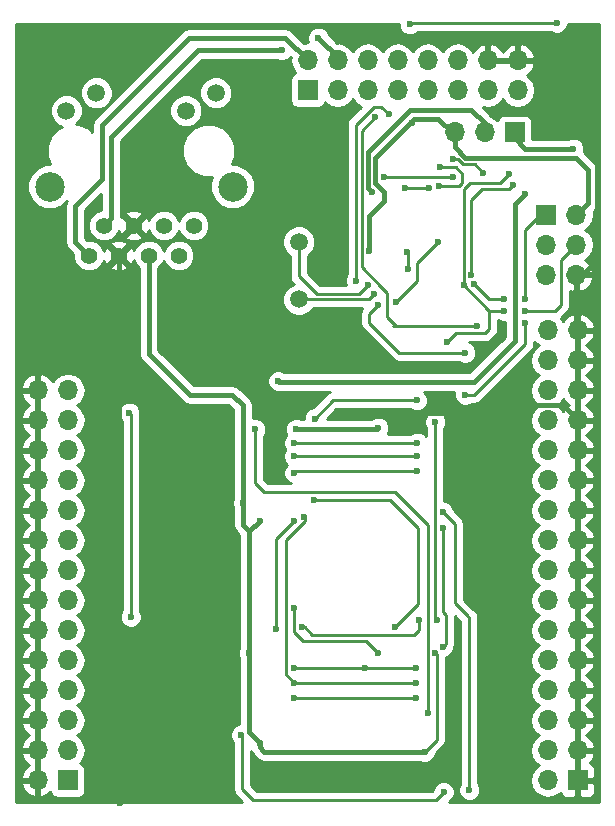
<source format=gbr>
G04 #@! TF.FileFunction,Copper,L2,Bot,Signal*
%FSLAX46Y46*%
G04 Gerber Fmt 4.6, Leading zero omitted, Abs format (unit mm)*
G04 Created by KiCad (PCBNEW 4.0.5) date 2017 May 23, Tuesday 21:15:10*
%MOMM*%
%LPD*%
G01*
G04 APERTURE LIST*
%ADD10C,0.100000*%
%ADD11R,1.700000X1.700000*%
%ADD12O,1.700000X1.700000*%
%ADD13C,1.500000*%
%ADD14C,1.400000*%
%ADD15C,2.500000*%
%ADD16C,0.600000*%
%ADD17C,0.400000*%
%ADD18C,0.250000*%
%ADD19C,0.254000*%
G04 APERTURE END LIST*
D10*
D11*
X162179000Y-66675000D03*
D12*
X159639000Y-66675000D03*
X157099000Y-66675000D03*
D11*
X167513000Y-121539000D03*
D12*
X164973000Y-121539000D03*
X167513000Y-118999000D03*
X164973000Y-118999000D03*
X167513000Y-116459000D03*
X164973000Y-116459000D03*
X167513000Y-113919000D03*
X164973000Y-113919000D03*
X167513000Y-111379000D03*
X164973000Y-111379000D03*
X167513000Y-108839000D03*
X164973000Y-108839000D03*
X167513000Y-106299000D03*
X164973000Y-106299000D03*
X167513000Y-103759000D03*
X164973000Y-103759000D03*
X167513000Y-101219000D03*
X164973000Y-101219000D03*
X167513000Y-98679000D03*
X164973000Y-98679000D03*
X167513000Y-96139000D03*
X164973000Y-96139000D03*
X167513000Y-93599000D03*
X164973000Y-93599000D03*
X167513000Y-91059000D03*
X164973000Y-91059000D03*
X167513000Y-88519000D03*
X164973000Y-88519000D03*
X167513000Y-85979000D03*
X164973000Y-85979000D03*
X167513000Y-83439000D03*
X164973000Y-83439000D03*
D11*
X144653000Y-63119000D03*
D12*
X144653000Y-60579000D03*
X147193000Y-63119000D03*
X147193000Y-60579000D03*
X149733000Y-63119000D03*
X149733000Y-60579000D03*
X152273000Y-63119000D03*
X152273000Y-60579000D03*
X154813000Y-63119000D03*
X154813000Y-60579000D03*
X157353000Y-63119000D03*
X157353000Y-60579000D03*
X159893000Y-63119000D03*
X159893000Y-60579000D03*
X162433000Y-63119000D03*
X162433000Y-60579000D03*
D11*
X124333000Y-121539000D03*
D12*
X121793000Y-121539000D03*
X124333000Y-118999000D03*
X121793000Y-118999000D03*
X124333000Y-116459000D03*
X121793000Y-116459000D03*
X124333000Y-113919000D03*
X121793000Y-113919000D03*
X124333000Y-111379000D03*
X121793000Y-111379000D03*
X124333000Y-108839000D03*
X121793000Y-108839000D03*
X124333000Y-106299000D03*
X121793000Y-106299000D03*
X124333000Y-103759000D03*
X121793000Y-103759000D03*
X124333000Y-101219000D03*
X121793000Y-101219000D03*
X124333000Y-98679000D03*
X121793000Y-98679000D03*
X124333000Y-96139000D03*
X121793000Y-96139000D03*
X124333000Y-93599000D03*
X121793000Y-93599000D03*
X124333000Y-91059000D03*
X121793000Y-91059000D03*
X124333000Y-88519000D03*
X121793000Y-88519000D03*
D13*
X143891000Y-75946000D03*
X143891000Y-80826000D03*
D14*
X132445000Y-74570000D03*
X134985000Y-74570000D03*
X133715000Y-77110000D03*
X131175000Y-77110000D03*
X129905000Y-74570000D03*
X128635000Y-77110000D03*
X127365000Y-74570000D03*
X126095000Y-77110000D03*
D15*
X138290000Y-71280000D03*
X122790000Y-71280000D03*
D13*
X126755000Y-63330000D03*
X124215000Y-64850000D03*
X136865000Y-63330000D03*
X134325000Y-64850000D03*
D11*
X164846000Y-73660000D03*
D12*
X167386000Y-73660000D03*
X164846000Y-76200000D03*
X167386000Y-76200000D03*
X164846000Y-78740000D03*
X167386000Y-78740000D03*
D16*
X128778000Y-123444000D03*
X155956000Y-90424000D03*
X148971000Y-90297000D03*
X157480000Y-108458000D03*
X157226000Y-123317000D03*
X149733000Y-79629000D03*
X150241000Y-80391000D03*
X150114000Y-71755000D03*
X129667000Y-107696000D03*
X129540000Y-90424000D03*
X163068000Y-71882000D03*
X167132000Y-68072000D03*
X142150000Y-87740000D03*
X153440000Y-65870000D03*
X150622000Y-110744000D03*
X143510000Y-106934000D03*
X139192000Y-98044000D03*
X140589000Y-118364000D03*
X140589000Y-99568000D03*
X139700000Y-110744000D03*
X150622000Y-91694000D03*
X143637000Y-91821000D03*
X149860000Y-76708000D03*
X154559000Y-119126000D03*
X155448000Y-110744000D03*
X153162000Y-78232000D03*
X153035000Y-76835000D03*
X142494000Y-59690000D03*
X145542000Y-58674000D03*
X152908000Y-71374000D03*
X154940000Y-71374000D03*
X151130000Y-70485000D03*
X156972000Y-70485000D03*
X150368000Y-65405000D03*
X163068000Y-80772000D03*
X161290000Y-80772000D03*
X158750000Y-79502000D03*
X159004000Y-83058000D03*
X153289000Y-57531000D03*
X165735000Y-57404000D03*
X162052000Y-71120000D03*
X158496000Y-78740000D03*
X144370000Y-99270000D03*
X151511000Y-65151000D03*
X148717000Y-79248000D03*
X143510000Y-113284000D03*
X153797000Y-113284000D03*
X153924000Y-94107000D03*
X143510000Y-94107000D03*
X163068000Y-81788000D03*
X161290000Y-81788000D03*
X144145000Y-108585000D03*
X154051000Y-107950000D03*
X155575000Y-107950000D03*
X155448000Y-91186000D03*
X156464000Y-84455000D03*
X157861000Y-79629000D03*
X161671000Y-70231000D03*
X159512000Y-70104000D03*
X156980000Y-68980000D03*
X141986000Y-108712000D03*
X143510000Y-99568000D03*
X149530000Y-112014000D03*
X153890000Y-89380000D03*
X145240000Y-90910000D03*
X145200000Y-97840000D03*
X152000000Y-108590000D03*
X143510000Y-112014000D03*
X153797000Y-112014000D03*
X153924000Y-92964000D03*
X143510000Y-92964000D03*
X156083000Y-98806000D03*
X156150000Y-122540000D03*
X158330000Y-122370000D03*
X139030000Y-117690000D03*
X143510000Y-114554000D03*
X153797000Y-114554000D03*
X153924000Y-95377000D03*
X143510000Y-95504000D03*
X154813000Y-115824000D03*
X140208000Y-91821000D03*
X156083000Y-100203000D03*
X156083000Y-110236000D03*
X155770000Y-71240000D03*
X155840000Y-69650000D03*
X150622000Y-81280000D03*
X157988000Y-85344000D03*
X157988000Y-88900000D03*
X163068000Y-82804000D03*
X155702000Y-75946000D03*
X152146000Y-81026000D03*
D17*
X167386000Y-78740000D02*
X167894000Y-78740000D01*
X167894000Y-78740000D02*
X169164000Y-77470000D01*
X168275000Y-60579000D02*
X162433000Y-60579000D01*
X169164000Y-61468000D02*
X168275000Y-60579000D01*
X169164000Y-77470000D02*
X169164000Y-61468000D01*
X167513000Y-83439000D02*
X167767000Y-83439000D01*
X167767000Y-83439000D02*
X167386000Y-83058000D01*
X167386000Y-83058000D02*
X167386000Y-78740000D01*
X128635000Y-77110000D02*
X128635000Y-123301000D01*
X128635000Y-123301000D02*
X128778000Y-123444000D01*
X155956000Y-90424000D02*
X163195000Y-90424000D01*
X166243000Y-89789000D02*
X167513000Y-91059000D01*
X163830000Y-89789000D02*
X166243000Y-89789000D01*
X163195000Y-90424000D02*
X163830000Y-89789000D01*
X149098000Y-90424000D02*
X155956000Y-90424000D01*
X148971000Y-90297000D02*
X149098000Y-90424000D01*
X157480000Y-108458000D02*
X157226000Y-108712000D01*
X157226000Y-108712000D02*
X157226000Y-123317000D01*
D18*
X143891000Y-78867000D02*
X143891000Y-75946000D01*
X145399998Y-80375998D02*
X143891000Y-78867000D01*
X148986002Y-80375998D02*
X145399998Y-80375998D01*
X149733000Y-79629000D02*
X148986002Y-80375998D01*
X149806000Y-80826000D02*
X143891000Y-80826000D01*
X150241000Y-80391000D02*
X149806000Y-80826000D01*
D17*
X159639000Y-66675000D02*
X159639000Y-65913000D01*
X159639000Y-65913000D02*
X158496000Y-64770000D01*
X158496000Y-64770000D02*
X153289000Y-64770000D01*
X153289000Y-64770000D02*
X149750002Y-68308998D01*
X149750002Y-68308998D02*
X149750002Y-71391002D01*
X149750002Y-71391002D02*
X150114000Y-71755000D01*
D18*
X129667000Y-90551000D02*
X129667000Y-107696000D01*
X129540000Y-90424000D02*
X129667000Y-90551000D01*
D17*
X162179000Y-66675000D02*
X162179000Y-67183000D01*
X162179000Y-67183000D02*
X163068000Y-68072000D01*
X162160000Y-72790000D02*
X162160000Y-73806000D01*
X163068000Y-71882000D02*
X162160000Y-72790000D01*
X163068000Y-68072000D02*
X167132000Y-68072000D01*
X162160000Y-84360000D02*
X162160000Y-73914000D01*
X158690000Y-87830000D02*
X162160000Y-84360000D01*
X142240000Y-87830000D02*
X158690000Y-87830000D01*
X142150000Y-87740000D02*
X142240000Y-87830000D01*
D18*
X153440000Y-65870000D02*
X153386000Y-65816000D01*
X153386000Y-65816000D02*
X153440000Y-65870000D01*
X153440000Y-65870000D02*
X153440000Y-65762000D01*
D17*
X157099000Y-66675000D02*
X157099000Y-67945000D01*
X168402000Y-72644000D02*
X167386000Y-73660000D01*
X168402000Y-69850000D02*
X168402000Y-72644000D01*
X167386000Y-68834000D02*
X168402000Y-69850000D01*
X157988000Y-68834000D02*
X167386000Y-68834000D01*
X157099000Y-67945000D02*
X157988000Y-68834000D01*
D18*
X149606000Y-109728000D02*
X150622000Y-110744000D01*
X144272000Y-109728000D02*
X149606000Y-109728000D01*
X143510000Y-108966000D02*
X144272000Y-109728000D01*
X143510000Y-106934000D02*
X143510000Y-108966000D01*
X139192000Y-98044000D02*
X139140000Y-98044000D01*
X139140000Y-98044000D02*
X139192000Y-98044000D01*
X139192000Y-98044000D02*
X139140000Y-98044000D01*
D17*
X139140000Y-89800000D02*
X139140000Y-98044000D01*
X139140000Y-98044000D02*
X139140000Y-99897000D01*
X131175000Y-85415000D02*
X134690000Y-88930000D01*
X134690000Y-88930000D02*
X138270000Y-88930000D01*
X138270000Y-88930000D02*
X139140000Y-89800000D01*
X131175000Y-77110000D02*
X131175000Y-85415000D01*
X139140000Y-99897000D02*
X139700000Y-100457000D01*
X140589000Y-118364000D02*
X140589000Y-118745000D01*
X140970000Y-119126000D02*
X154559000Y-119126000D01*
X140589000Y-118745000D02*
X140970000Y-119126000D01*
X139700000Y-110744000D02*
X139700000Y-117475000D01*
X139700000Y-117475000D02*
X140589000Y-118364000D01*
X140589000Y-99568000D02*
X139700000Y-100457000D01*
X139700000Y-100457000D02*
X139700000Y-110744000D01*
X150622000Y-91694000D02*
X150495000Y-91821000D01*
X150495000Y-91821000D02*
X143637000Y-91821000D01*
X157099000Y-66675000D02*
X156845000Y-66675000D01*
X156845000Y-66675000D02*
X155702000Y-65532000D01*
X149860000Y-73787000D02*
X149860000Y-76708000D01*
X151130000Y-72517000D02*
X149860000Y-73787000D01*
X151130000Y-71755000D02*
X151130000Y-72517000D01*
X150368000Y-70993000D02*
X151130000Y-71755000D01*
X150368000Y-68834000D02*
X150368000Y-70993000D01*
X153670000Y-65532000D02*
X153440000Y-65762000D01*
X153440000Y-65762000D02*
X150368000Y-68834000D01*
X155702000Y-65532000D02*
X153670000Y-65532000D01*
D18*
X154559000Y-119126000D02*
X155575000Y-118110000D01*
X155575000Y-118110000D02*
X155575000Y-110871000D01*
X155575000Y-110871000D02*
X155448000Y-110744000D01*
X153162000Y-76962000D02*
X153162000Y-78232000D01*
X153035000Y-76835000D02*
X153162000Y-76962000D01*
D17*
X147193000Y-60579000D02*
X147193000Y-60325000D01*
X147193000Y-60325000D02*
X145542000Y-58674000D01*
X128016000Y-73919000D02*
X127365000Y-74570000D01*
X128016000Y-67056000D02*
X128016000Y-73919000D01*
X135382000Y-59690000D02*
X128016000Y-67056000D01*
X142494000Y-59690000D02*
X135382000Y-59690000D01*
D18*
X154940000Y-71374000D02*
X152908000Y-71374000D01*
D17*
X144653000Y-60579000D02*
X142748000Y-58674000D01*
X124968000Y-75983000D02*
X126095000Y-77110000D01*
X124968000Y-72898000D02*
X124968000Y-75983000D01*
X127254000Y-70612000D02*
X124968000Y-72898000D01*
X127254000Y-66040000D02*
X127254000Y-70612000D01*
X134620000Y-58674000D02*
X127254000Y-66040000D01*
X142748000Y-58674000D02*
X134620000Y-58674000D01*
D18*
X156972000Y-70485000D02*
X151130000Y-70485000D01*
X150876000Y-79756000D02*
X151130000Y-80010000D01*
X149225000Y-78105000D02*
X150876000Y-79756000D01*
X149225000Y-66548000D02*
X149225000Y-77978000D01*
X150368000Y-65405000D02*
X149225000Y-66548000D01*
X149225000Y-77978000D02*
X149225000Y-78105000D01*
X151384000Y-82296000D02*
X152146000Y-83058000D01*
X151384000Y-80264000D02*
X151384000Y-82296000D01*
X151130000Y-80010000D02*
X151384000Y-80264000D01*
X151892000Y-83058000D02*
X152146000Y-83058000D01*
X152146000Y-83058000D02*
X154432000Y-83058000D01*
X163068000Y-74930000D02*
X164338000Y-73660000D01*
X163068000Y-80772000D02*
X163068000Y-74930000D01*
X160020000Y-80772000D02*
X161290000Y-80772000D01*
X158750000Y-79502000D02*
X160020000Y-80772000D01*
X164338000Y-73660000D02*
X164846000Y-73660000D01*
X154178000Y-83058000D02*
X154432000Y-83058000D01*
X154432000Y-83058000D02*
X159004000Y-83058000D01*
X153289000Y-57531000D02*
X153416000Y-57404000D01*
X153416000Y-57404000D02*
X165735000Y-57404000D01*
X162052000Y-71120000D02*
X161671000Y-71501000D01*
X161671000Y-71501000D02*
X159385000Y-71501000D01*
X159385000Y-71501000D02*
X158496000Y-72390000D01*
X158496000Y-72390000D02*
X158496000Y-78740000D01*
X142770000Y-112544000D02*
X143510000Y-113284000D01*
X142770000Y-101230000D02*
X142770000Y-112544000D01*
X144420000Y-99580000D02*
X142770000Y-101230000D01*
X144420000Y-99320000D02*
X144420000Y-99580000D01*
X144370000Y-99270000D02*
X144420000Y-99320000D01*
X151511000Y-65151000D02*
X150876000Y-64516000D01*
X150876000Y-64516000D02*
X150241000Y-64516000D01*
X150241000Y-64516000D02*
X148717000Y-66040000D01*
X148717000Y-66040000D02*
X148717000Y-79248000D01*
X143510000Y-113284000D02*
X153797000Y-113284000D01*
X143510000Y-94107000D02*
X153924000Y-94107000D01*
X160020000Y-81788000D02*
X161290000Y-81788000D01*
X166116000Y-77470000D02*
X167386000Y-76200000D01*
X166116000Y-81280000D02*
X166116000Y-77470000D01*
X165608000Y-81788000D02*
X166116000Y-81280000D01*
X163068000Y-81788000D02*
X165608000Y-81788000D01*
X144145000Y-108585000D02*
X144399000Y-108585000D01*
X155575000Y-107950000D02*
X155448000Y-107823000D01*
X155448000Y-107823000D02*
X155448000Y-91186000D01*
X156464000Y-84455000D02*
X157226000Y-83693000D01*
X157226000Y-83693000D02*
X159639000Y-83693000D01*
X159639000Y-83693000D02*
X160020000Y-83312000D01*
X160020000Y-83312000D02*
X160020000Y-81788000D01*
X157861000Y-79629000D02*
X160020000Y-81788000D01*
X154051000Y-108839000D02*
X154051000Y-107950000D01*
X153670000Y-109220000D02*
X154051000Y-108839000D01*
X145034000Y-109220000D02*
X153670000Y-109220000D01*
X144399000Y-108585000D02*
X145034000Y-109220000D01*
X157861000Y-71501000D02*
X157861000Y-79629000D01*
X158369000Y-70993000D02*
X157861000Y-71501000D01*
X160909000Y-70993000D02*
X158369000Y-70993000D01*
X161671000Y-70231000D02*
X160909000Y-70993000D01*
X156980000Y-68980000D02*
X157391536Y-68980000D01*
X158798000Y-69390000D02*
X159512000Y-70104000D01*
X157801536Y-69390000D02*
X158798000Y-69390000D01*
X157391536Y-68980000D02*
X157801536Y-69390000D01*
X141986000Y-101092000D02*
X141986000Y-108712000D01*
X143510000Y-99568000D02*
X141986000Y-101092000D01*
X146770000Y-89380000D02*
X153890000Y-89380000D01*
X145240000Y-90910000D02*
X146770000Y-89380000D01*
X151630000Y-97840000D02*
X145200000Y-97840000D01*
X153960000Y-100170000D02*
X151630000Y-97840000D01*
X153960000Y-106630000D02*
X153960000Y-100170000D01*
X152000000Y-108590000D02*
X153960000Y-106630000D01*
X149098000Y-112014000D02*
X149530000Y-112014000D01*
X143510000Y-112014000D02*
X149098000Y-112014000D01*
X149530000Y-112014000D02*
X153797000Y-112014000D01*
X143510000Y-92964000D02*
X153924000Y-92964000D01*
X158115000Y-107569000D02*
X158119000Y-107569000D01*
X156083000Y-98806000D02*
X157099000Y-99822000D01*
X157099000Y-99822000D02*
X157099000Y-106553000D01*
X157099000Y-106553000D02*
X158115000Y-107569000D01*
X139070000Y-122290000D02*
X139070000Y-121290000D01*
X140000000Y-123220000D02*
X139070000Y-122290000D01*
X155470000Y-123220000D02*
X140000000Y-123220000D01*
X156150000Y-122540000D02*
X155470000Y-123220000D01*
X158330000Y-107780000D02*
X158330000Y-122370000D01*
X158119000Y-107569000D02*
X158330000Y-107780000D01*
X139070000Y-121290000D02*
X139070000Y-117730000D01*
X139070000Y-117730000D02*
X139030000Y-117690000D01*
X139070000Y-121290000D02*
X139065000Y-121285000D01*
X143510000Y-114554000D02*
X153797000Y-114554000D01*
X143637000Y-95377000D02*
X153924000Y-95377000D01*
X143510000Y-95504000D02*
X143637000Y-95377000D01*
X154813000Y-99949000D02*
X154813000Y-115824000D01*
X152019000Y-97155000D02*
X154813000Y-99949000D01*
X140970000Y-97155000D02*
X152019000Y-97155000D01*
X140208000Y-96393000D02*
X140970000Y-97155000D01*
X140208000Y-91821000D02*
X140208000Y-96393000D01*
X156083000Y-107315000D02*
X156083000Y-100203000D01*
X156337000Y-107569000D02*
X156083000Y-107315000D01*
X156337000Y-109982000D02*
X156337000Y-107569000D01*
X156083000Y-110236000D02*
X156337000Y-109982000D01*
X157700000Y-71000000D02*
X157700000Y-70170000D01*
X155770000Y-71240000D02*
X155790000Y-71220000D01*
X155790000Y-71220000D02*
X157480000Y-71220000D01*
X157480000Y-71220000D02*
X157700000Y-71000000D01*
X157180000Y-69650000D02*
X155840000Y-69650000D01*
X157700000Y-70170000D02*
X157180000Y-69650000D01*
X150622000Y-81280000D02*
X149860000Y-82042000D01*
X149860000Y-82042000D02*
X149860000Y-82804000D01*
X149860000Y-82804000D02*
X152400000Y-85344000D01*
X152400000Y-85344000D02*
X157988000Y-85344000D01*
X157988000Y-88900000D02*
X158750000Y-88900000D01*
X158750000Y-88900000D02*
X163068000Y-84582000D01*
X163068000Y-84582000D02*
X163068000Y-82804000D01*
X153924000Y-79248000D02*
X152146000Y-81026000D01*
X153924000Y-77724000D02*
X153924000Y-79248000D01*
X155702000Y-75946000D02*
X153924000Y-77724000D01*
D19*
G36*
X152353838Y-57716167D02*
X152495883Y-58059943D01*
X152758673Y-58323192D01*
X153102201Y-58465838D01*
X153474167Y-58466162D01*
X153817943Y-58324117D01*
X153978340Y-58164000D01*
X165172537Y-58164000D01*
X165204673Y-58196192D01*
X165548201Y-58338838D01*
X165920167Y-58339162D01*
X166263943Y-58197117D01*
X166527192Y-57934327D01*
X166669838Y-57590799D01*
X166669935Y-57479000D01*
X169343000Y-57479000D01*
X169343000Y-123369000D01*
X156592099Y-123369000D01*
X156678943Y-123333117D01*
X156942192Y-123070327D01*
X157084838Y-122726799D01*
X157085162Y-122354833D01*
X156943117Y-122011057D01*
X156680327Y-121747808D01*
X156336799Y-121605162D01*
X155964833Y-121604838D01*
X155621057Y-121746883D01*
X155357808Y-122009673D01*
X155215162Y-122353201D01*
X155215121Y-122400077D01*
X155155198Y-122460000D01*
X140314802Y-122460000D01*
X139830000Y-121975198D01*
X139830000Y-119083157D01*
X139907404Y-119199000D01*
X139998566Y-119335434D01*
X140379566Y-119716434D01*
X140650459Y-119897439D01*
X140970000Y-119961000D01*
X154131766Y-119961000D01*
X154372201Y-120060838D01*
X154744167Y-120061162D01*
X155087943Y-119919117D01*
X155351192Y-119656327D01*
X155493838Y-119312799D01*
X155493879Y-119265923D01*
X156112401Y-118647401D01*
X156277148Y-118400839D01*
X156335000Y-118110000D01*
X156335000Y-111143547D01*
X156611943Y-111029117D01*
X156875192Y-110766327D01*
X157017838Y-110422799D01*
X157017941Y-110304579D01*
X157039148Y-110272840D01*
X157097000Y-109982000D01*
X157097000Y-107625802D01*
X157570000Y-108098802D01*
X157570000Y-121807537D01*
X157537808Y-121839673D01*
X157395162Y-122183201D01*
X157394838Y-122555167D01*
X157536883Y-122898943D01*
X157799673Y-123162192D01*
X158143201Y-123304838D01*
X158515167Y-123305162D01*
X158858943Y-123163117D01*
X159122192Y-122900327D01*
X159264838Y-122556799D01*
X159265162Y-122184833D01*
X159123117Y-121841057D01*
X159090000Y-121807882D01*
X159090000Y-107780000D01*
X159032148Y-107489161D01*
X158867401Y-107242599D01*
X158656401Y-107031599D01*
X158644346Y-107023544D01*
X157859000Y-106238198D01*
X157859000Y-99822000D01*
X157801148Y-99531161D01*
X157636401Y-99284599D01*
X157018122Y-98666320D01*
X157018162Y-98620833D01*
X156876117Y-98277057D01*
X156613327Y-98013808D01*
X156269799Y-97871162D01*
X156208000Y-97871108D01*
X156208000Y-91748463D01*
X156240192Y-91716327D01*
X156382838Y-91372799D01*
X156383162Y-91000833D01*
X156241117Y-90657057D01*
X155978327Y-90393808D01*
X155634799Y-90251162D01*
X155262833Y-90250838D01*
X154919057Y-90392883D01*
X154655808Y-90655673D01*
X154513162Y-90999201D01*
X154512838Y-91371167D01*
X154654883Y-91714943D01*
X154688000Y-91748118D01*
X154688000Y-92405889D01*
X154454327Y-92171808D01*
X154110799Y-92029162D01*
X153738833Y-92028838D01*
X153395057Y-92170883D01*
X153361882Y-92204000D01*
X151422633Y-92204000D01*
X151556838Y-91880799D01*
X151557162Y-91508833D01*
X151415117Y-91165057D01*
X151152327Y-90901808D01*
X150808799Y-90759162D01*
X150436833Y-90758838D01*
X150093057Y-90900883D01*
X150007791Y-90986000D01*
X146238802Y-90986000D01*
X147084802Y-90140000D01*
X153327537Y-90140000D01*
X153359673Y-90172192D01*
X153703201Y-90314838D01*
X154075167Y-90315162D01*
X154418943Y-90173117D01*
X154682192Y-89910327D01*
X154824838Y-89566799D01*
X154825162Y-89194833D01*
X154683117Y-88851057D01*
X154497384Y-88665000D01*
X157073177Y-88665000D01*
X157053162Y-88713201D01*
X157052838Y-89085167D01*
X157194883Y-89428943D01*
X157457673Y-89692192D01*
X157801201Y-89834838D01*
X158173167Y-89835162D01*
X158516943Y-89693117D01*
X158550118Y-89660000D01*
X158750000Y-89660000D01*
X159040839Y-89602148D01*
X159287401Y-89437401D01*
X163605401Y-85119401D01*
X163770148Y-84872839D01*
X163828000Y-84582000D01*
X163828000Y-84390498D01*
X163893853Y-84489054D01*
X164223026Y-84709000D01*
X163893853Y-84928946D01*
X163571946Y-85410715D01*
X163458907Y-85979000D01*
X163571946Y-86547285D01*
X163893853Y-87029054D01*
X164223026Y-87249000D01*
X163893853Y-87468946D01*
X163571946Y-87950715D01*
X163458907Y-88519000D01*
X163571946Y-89087285D01*
X163893853Y-89569054D01*
X164223026Y-89789000D01*
X163893853Y-90008946D01*
X163571946Y-90490715D01*
X163458907Y-91059000D01*
X163571946Y-91627285D01*
X163893853Y-92109054D01*
X164223026Y-92329000D01*
X163893853Y-92548946D01*
X163571946Y-93030715D01*
X163458907Y-93599000D01*
X163571946Y-94167285D01*
X163893853Y-94649054D01*
X164223026Y-94869000D01*
X163893853Y-95088946D01*
X163571946Y-95570715D01*
X163458907Y-96139000D01*
X163571946Y-96707285D01*
X163893853Y-97189054D01*
X164223026Y-97409000D01*
X163893853Y-97628946D01*
X163571946Y-98110715D01*
X163458907Y-98679000D01*
X163571946Y-99247285D01*
X163893853Y-99729054D01*
X164223026Y-99949000D01*
X163893853Y-100168946D01*
X163571946Y-100650715D01*
X163458907Y-101219000D01*
X163571946Y-101787285D01*
X163893853Y-102269054D01*
X164223026Y-102489000D01*
X163893853Y-102708946D01*
X163571946Y-103190715D01*
X163458907Y-103759000D01*
X163571946Y-104327285D01*
X163893853Y-104809054D01*
X164223026Y-105029000D01*
X163893853Y-105248946D01*
X163571946Y-105730715D01*
X163458907Y-106299000D01*
X163571946Y-106867285D01*
X163893853Y-107349054D01*
X164223026Y-107569000D01*
X163893853Y-107788946D01*
X163571946Y-108270715D01*
X163458907Y-108839000D01*
X163571946Y-109407285D01*
X163893853Y-109889054D01*
X164223026Y-110109000D01*
X163893853Y-110328946D01*
X163571946Y-110810715D01*
X163458907Y-111379000D01*
X163571946Y-111947285D01*
X163893853Y-112429054D01*
X164223026Y-112649000D01*
X163893853Y-112868946D01*
X163571946Y-113350715D01*
X163458907Y-113919000D01*
X163571946Y-114487285D01*
X163893853Y-114969054D01*
X164223026Y-115189000D01*
X163893853Y-115408946D01*
X163571946Y-115890715D01*
X163458907Y-116459000D01*
X163571946Y-117027285D01*
X163893853Y-117509054D01*
X164223026Y-117729000D01*
X163893853Y-117948946D01*
X163571946Y-118430715D01*
X163458907Y-118999000D01*
X163571946Y-119567285D01*
X163893853Y-120049054D01*
X164223026Y-120269000D01*
X163893853Y-120488946D01*
X163571946Y-120970715D01*
X163458907Y-121539000D01*
X163571946Y-122107285D01*
X163893853Y-122589054D01*
X164375622Y-122910961D01*
X164943907Y-123024000D01*
X165002093Y-123024000D01*
X165570378Y-122910961D01*
X166052147Y-122589054D01*
X166056097Y-122583142D01*
X166124673Y-122748699D01*
X166303302Y-122927327D01*
X166536691Y-123024000D01*
X167227250Y-123024000D01*
X167386000Y-122865250D01*
X167386000Y-121666000D01*
X167640000Y-121666000D01*
X167640000Y-122865250D01*
X167798750Y-123024000D01*
X168489309Y-123024000D01*
X168722698Y-122927327D01*
X168901327Y-122748699D01*
X168998000Y-122515310D01*
X168998000Y-121824750D01*
X168839250Y-121666000D01*
X167640000Y-121666000D01*
X167386000Y-121666000D01*
X167366000Y-121666000D01*
X167366000Y-121412000D01*
X167386000Y-121412000D01*
X167386000Y-119126000D01*
X167640000Y-119126000D01*
X167640000Y-121412000D01*
X168839250Y-121412000D01*
X168998000Y-121253250D01*
X168998000Y-120562690D01*
X168901327Y-120329301D01*
X168722698Y-120150673D01*
X168513122Y-120063864D01*
X168784645Y-119765924D01*
X168954476Y-119355890D01*
X168833155Y-119126000D01*
X167640000Y-119126000D01*
X167386000Y-119126000D01*
X167366000Y-119126000D01*
X167366000Y-118872000D01*
X167386000Y-118872000D01*
X167386000Y-116586000D01*
X167640000Y-116586000D01*
X167640000Y-118872000D01*
X168833155Y-118872000D01*
X168954476Y-118642110D01*
X168784645Y-118232076D01*
X168394358Y-117803817D01*
X168235046Y-117729000D01*
X168394358Y-117654183D01*
X168784645Y-117225924D01*
X168954476Y-116815890D01*
X168833155Y-116586000D01*
X167640000Y-116586000D01*
X167386000Y-116586000D01*
X167366000Y-116586000D01*
X167366000Y-116332000D01*
X167386000Y-116332000D01*
X167386000Y-114046000D01*
X167640000Y-114046000D01*
X167640000Y-116332000D01*
X168833155Y-116332000D01*
X168954476Y-116102110D01*
X168784645Y-115692076D01*
X168394358Y-115263817D01*
X168235046Y-115189000D01*
X168394358Y-115114183D01*
X168784645Y-114685924D01*
X168954476Y-114275890D01*
X168833155Y-114046000D01*
X167640000Y-114046000D01*
X167386000Y-114046000D01*
X167366000Y-114046000D01*
X167366000Y-113792000D01*
X167386000Y-113792000D01*
X167386000Y-111506000D01*
X167640000Y-111506000D01*
X167640000Y-113792000D01*
X168833155Y-113792000D01*
X168954476Y-113562110D01*
X168784645Y-113152076D01*
X168394358Y-112723817D01*
X168235046Y-112649000D01*
X168394358Y-112574183D01*
X168784645Y-112145924D01*
X168954476Y-111735890D01*
X168833155Y-111506000D01*
X167640000Y-111506000D01*
X167386000Y-111506000D01*
X167366000Y-111506000D01*
X167366000Y-111252000D01*
X167386000Y-111252000D01*
X167386000Y-108966000D01*
X167640000Y-108966000D01*
X167640000Y-111252000D01*
X168833155Y-111252000D01*
X168954476Y-111022110D01*
X168784645Y-110612076D01*
X168394358Y-110183817D01*
X168235046Y-110109000D01*
X168394358Y-110034183D01*
X168784645Y-109605924D01*
X168954476Y-109195890D01*
X168833155Y-108966000D01*
X167640000Y-108966000D01*
X167386000Y-108966000D01*
X167366000Y-108966000D01*
X167366000Y-108712000D01*
X167386000Y-108712000D01*
X167386000Y-106426000D01*
X167640000Y-106426000D01*
X167640000Y-108712000D01*
X168833155Y-108712000D01*
X168954476Y-108482110D01*
X168784645Y-108072076D01*
X168394358Y-107643817D01*
X168235046Y-107569000D01*
X168394358Y-107494183D01*
X168784645Y-107065924D01*
X168954476Y-106655890D01*
X168833155Y-106426000D01*
X167640000Y-106426000D01*
X167386000Y-106426000D01*
X167366000Y-106426000D01*
X167366000Y-106172000D01*
X167386000Y-106172000D01*
X167386000Y-103886000D01*
X167640000Y-103886000D01*
X167640000Y-106172000D01*
X168833155Y-106172000D01*
X168954476Y-105942110D01*
X168784645Y-105532076D01*
X168394358Y-105103817D01*
X168235046Y-105029000D01*
X168394358Y-104954183D01*
X168784645Y-104525924D01*
X168954476Y-104115890D01*
X168833155Y-103886000D01*
X167640000Y-103886000D01*
X167386000Y-103886000D01*
X167366000Y-103886000D01*
X167366000Y-103632000D01*
X167386000Y-103632000D01*
X167386000Y-101346000D01*
X167640000Y-101346000D01*
X167640000Y-103632000D01*
X168833155Y-103632000D01*
X168954476Y-103402110D01*
X168784645Y-102992076D01*
X168394358Y-102563817D01*
X168235046Y-102489000D01*
X168394358Y-102414183D01*
X168784645Y-101985924D01*
X168954476Y-101575890D01*
X168833155Y-101346000D01*
X167640000Y-101346000D01*
X167386000Y-101346000D01*
X167366000Y-101346000D01*
X167366000Y-101092000D01*
X167386000Y-101092000D01*
X167386000Y-98806000D01*
X167640000Y-98806000D01*
X167640000Y-101092000D01*
X168833155Y-101092000D01*
X168954476Y-100862110D01*
X168784645Y-100452076D01*
X168394358Y-100023817D01*
X168235046Y-99949000D01*
X168394358Y-99874183D01*
X168784645Y-99445924D01*
X168954476Y-99035890D01*
X168833155Y-98806000D01*
X167640000Y-98806000D01*
X167386000Y-98806000D01*
X167366000Y-98806000D01*
X167366000Y-98552000D01*
X167386000Y-98552000D01*
X167386000Y-96266000D01*
X167640000Y-96266000D01*
X167640000Y-98552000D01*
X168833155Y-98552000D01*
X168954476Y-98322110D01*
X168784645Y-97912076D01*
X168394358Y-97483817D01*
X168235046Y-97409000D01*
X168394358Y-97334183D01*
X168784645Y-96905924D01*
X168954476Y-96495890D01*
X168833155Y-96266000D01*
X167640000Y-96266000D01*
X167386000Y-96266000D01*
X167366000Y-96266000D01*
X167366000Y-96012000D01*
X167386000Y-96012000D01*
X167386000Y-93726000D01*
X167640000Y-93726000D01*
X167640000Y-96012000D01*
X168833155Y-96012000D01*
X168954476Y-95782110D01*
X168784645Y-95372076D01*
X168394358Y-94943817D01*
X168235046Y-94869000D01*
X168394358Y-94794183D01*
X168784645Y-94365924D01*
X168954476Y-93955890D01*
X168833155Y-93726000D01*
X167640000Y-93726000D01*
X167386000Y-93726000D01*
X167366000Y-93726000D01*
X167366000Y-93472000D01*
X167386000Y-93472000D01*
X167386000Y-91186000D01*
X167640000Y-91186000D01*
X167640000Y-93472000D01*
X168833155Y-93472000D01*
X168954476Y-93242110D01*
X168784645Y-92832076D01*
X168394358Y-92403817D01*
X168235046Y-92329000D01*
X168394358Y-92254183D01*
X168784645Y-91825924D01*
X168954476Y-91415890D01*
X168833155Y-91186000D01*
X167640000Y-91186000D01*
X167386000Y-91186000D01*
X167366000Y-91186000D01*
X167366000Y-90932000D01*
X167386000Y-90932000D01*
X167386000Y-88646000D01*
X167640000Y-88646000D01*
X167640000Y-90932000D01*
X168833155Y-90932000D01*
X168954476Y-90702110D01*
X168784645Y-90292076D01*
X168394358Y-89863817D01*
X168235046Y-89789000D01*
X168394358Y-89714183D01*
X168784645Y-89285924D01*
X168954476Y-88875890D01*
X168833155Y-88646000D01*
X167640000Y-88646000D01*
X167386000Y-88646000D01*
X167366000Y-88646000D01*
X167366000Y-88392000D01*
X167386000Y-88392000D01*
X167386000Y-86106000D01*
X167640000Y-86106000D01*
X167640000Y-88392000D01*
X168833155Y-88392000D01*
X168954476Y-88162110D01*
X168784645Y-87752076D01*
X168394358Y-87323817D01*
X168235046Y-87249000D01*
X168394358Y-87174183D01*
X168784645Y-86745924D01*
X168954476Y-86335890D01*
X168833155Y-86106000D01*
X167640000Y-86106000D01*
X167386000Y-86106000D01*
X167366000Y-86106000D01*
X167366000Y-85852000D01*
X167386000Y-85852000D01*
X167386000Y-83566000D01*
X167640000Y-83566000D01*
X167640000Y-85852000D01*
X168833155Y-85852000D01*
X168954476Y-85622110D01*
X168784645Y-85212076D01*
X168394358Y-84783817D01*
X168235046Y-84709000D01*
X168394358Y-84634183D01*
X168784645Y-84205924D01*
X168954476Y-83795890D01*
X168833155Y-83566000D01*
X167640000Y-83566000D01*
X167386000Y-83566000D01*
X167366000Y-83566000D01*
X167366000Y-83312000D01*
X167386000Y-83312000D01*
X167386000Y-82118181D01*
X167640000Y-82118181D01*
X167640000Y-83312000D01*
X168833155Y-83312000D01*
X168954476Y-83082110D01*
X168784645Y-82672076D01*
X168394358Y-82243817D01*
X167869892Y-81997514D01*
X167640000Y-82118181D01*
X167386000Y-82118181D01*
X167156108Y-81997514D01*
X166631642Y-82243817D01*
X166241355Y-82672076D01*
X166241345Y-82672101D01*
X166052147Y-82388946D01*
X166051223Y-82388329D01*
X166145401Y-82325401D01*
X166653401Y-81817401D01*
X166727060Y-81707162D01*
X166818148Y-81570839D01*
X166876000Y-81280000D01*
X166876000Y-80109582D01*
X167029108Y-80181486D01*
X167259000Y-80060819D01*
X167259000Y-78867000D01*
X167513000Y-78867000D01*
X167513000Y-80060819D01*
X167742892Y-80181486D01*
X168267358Y-79935183D01*
X168657645Y-79506924D01*
X168827476Y-79096890D01*
X168706155Y-78867000D01*
X167513000Y-78867000D01*
X167259000Y-78867000D01*
X167239000Y-78867000D01*
X167239000Y-78613000D01*
X167259000Y-78613000D01*
X167259000Y-78593000D01*
X167513000Y-78593000D01*
X167513000Y-78613000D01*
X168706155Y-78613000D01*
X168827476Y-78383110D01*
X168657645Y-77973076D01*
X168267358Y-77544817D01*
X168124447Y-77477702D01*
X168465147Y-77250054D01*
X168787054Y-76768285D01*
X168900093Y-76200000D01*
X168787054Y-75631715D01*
X168465147Y-75149946D01*
X168135974Y-74930000D01*
X168465147Y-74710054D01*
X168787054Y-74228285D01*
X168900093Y-73660000D01*
X168844807Y-73382061D01*
X168992434Y-73234434D01*
X169017737Y-73196566D01*
X169173439Y-72963541D01*
X169237000Y-72644000D01*
X169237000Y-69850000D01*
X169173439Y-69530459D01*
X168992434Y-69259566D01*
X168044782Y-68311914D01*
X168066838Y-68258799D01*
X168067162Y-67886833D01*
X167925117Y-67543057D01*
X167662327Y-67279808D01*
X167318799Y-67137162D01*
X166946833Y-67136838D01*
X166704422Y-67237000D01*
X163676440Y-67237000D01*
X163676440Y-65825000D01*
X163632162Y-65589683D01*
X163493090Y-65373559D01*
X163280890Y-65228569D01*
X163029000Y-65177560D01*
X161329000Y-65177560D01*
X161093683Y-65221838D01*
X160877559Y-65360910D01*
X160732569Y-65573110D01*
X160718914Y-65640541D01*
X160689054Y-65595853D01*
X160207285Y-65273946D01*
X160174241Y-65267373D01*
X159452300Y-64545432D01*
X159893000Y-64633093D01*
X160461285Y-64520054D01*
X160943054Y-64198147D01*
X161163000Y-63868974D01*
X161382946Y-64198147D01*
X161864715Y-64520054D01*
X162433000Y-64633093D01*
X163001285Y-64520054D01*
X163483054Y-64198147D01*
X163804961Y-63716378D01*
X163918000Y-63148093D01*
X163918000Y-63089907D01*
X163804961Y-62521622D01*
X163483054Y-62039853D01*
X163199899Y-61850655D01*
X163199924Y-61850645D01*
X163628183Y-61460358D01*
X163874486Y-60935892D01*
X163753819Y-60706000D01*
X162560000Y-60706000D01*
X162560000Y-60726000D01*
X162306000Y-60726000D01*
X162306000Y-60706000D01*
X160020000Y-60706000D01*
X160020000Y-60726000D01*
X159766000Y-60726000D01*
X159766000Y-60706000D01*
X159746000Y-60706000D01*
X159746000Y-60452000D01*
X159766000Y-60452000D01*
X159766000Y-59258845D01*
X160020000Y-59258845D01*
X160020000Y-60452000D01*
X162306000Y-60452000D01*
X162306000Y-59258845D01*
X162560000Y-59258845D01*
X162560000Y-60452000D01*
X163753819Y-60452000D01*
X163874486Y-60222108D01*
X163628183Y-59697642D01*
X163199924Y-59307355D01*
X162789890Y-59137524D01*
X162560000Y-59258845D01*
X162306000Y-59258845D01*
X162076110Y-59137524D01*
X161666076Y-59307355D01*
X161237817Y-59697642D01*
X161163000Y-59856954D01*
X161088183Y-59697642D01*
X160659924Y-59307355D01*
X160249890Y-59137524D01*
X160020000Y-59258845D01*
X159766000Y-59258845D01*
X159536110Y-59137524D01*
X159126076Y-59307355D01*
X158697817Y-59697642D01*
X158630702Y-59840553D01*
X158403054Y-59499853D01*
X157921285Y-59177946D01*
X157353000Y-59064907D01*
X156784715Y-59177946D01*
X156302946Y-59499853D01*
X156083000Y-59829026D01*
X155863054Y-59499853D01*
X155381285Y-59177946D01*
X154813000Y-59064907D01*
X154244715Y-59177946D01*
X153762946Y-59499853D01*
X153543000Y-59829026D01*
X153323054Y-59499853D01*
X152841285Y-59177946D01*
X152273000Y-59064907D01*
X151704715Y-59177946D01*
X151222946Y-59499853D01*
X151003000Y-59829026D01*
X150783054Y-59499853D01*
X150301285Y-59177946D01*
X149733000Y-59064907D01*
X149164715Y-59177946D01*
X148682946Y-59499853D01*
X148463000Y-59829026D01*
X148243054Y-59499853D01*
X147761285Y-59177946D01*
X147193000Y-59064907D01*
X147126919Y-59078051D01*
X146434535Y-58385667D01*
X146335117Y-58145057D01*
X146072327Y-57881808D01*
X145728799Y-57739162D01*
X145356833Y-57738838D01*
X145013057Y-57880883D01*
X144749808Y-58143673D01*
X144607162Y-58487201D01*
X144606838Y-58859167D01*
X144695327Y-59073326D01*
X144653000Y-59064907D01*
X144375061Y-59120193D01*
X143338434Y-58083566D01*
X143271736Y-58039000D01*
X143067541Y-57902561D01*
X142748000Y-57839000D01*
X134620000Y-57839000D01*
X134300459Y-57902561D01*
X134096264Y-58039000D01*
X134029566Y-58083566D01*
X126663566Y-65449566D01*
X126482561Y-65720459D01*
X126419000Y-66040000D01*
X126419000Y-66627868D01*
X126106859Y-66315182D01*
X125276514Y-65970393D01*
X125053243Y-65970198D01*
X125388461Y-65635564D01*
X125599759Y-65126702D01*
X125600240Y-64575715D01*
X125389831Y-64066485D01*
X125000564Y-63676539D01*
X124826558Y-63604285D01*
X125369760Y-63604285D01*
X125580169Y-64113515D01*
X125969436Y-64503461D01*
X126478298Y-64714759D01*
X127029285Y-64715240D01*
X127538515Y-64504831D01*
X127928461Y-64115564D01*
X128139759Y-63606702D01*
X128140240Y-63055715D01*
X127929831Y-62546485D01*
X127540564Y-62156539D01*
X127031702Y-61945241D01*
X126480715Y-61944760D01*
X125971485Y-62155169D01*
X125581539Y-62544436D01*
X125370241Y-63053298D01*
X125369760Y-63604285D01*
X124826558Y-63604285D01*
X124491702Y-63465241D01*
X123940715Y-63464760D01*
X123431485Y-63675169D01*
X123041539Y-64064436D01*
X122830241Y-64573298D01*
X122829760Y-65124285D01*
X123040169Y-65633515D01*
X123429436Y-66023461D01*
X123837258Y-66192803D01*
X123546485Y-66312948D01*
X122910182Y-66948141D01*
X122565393Y-67778486D01*
X122564609Y-68677570D01*
X122861070Y-69395062D01*
X122416695Y-69394674D01*
X121723628Y-69681043D01*
X121192907Y-70210839D01*
X120905328Y-70903405D01*
X120904674Y-71653305D01*
X121191043Y-72346372D01*
X121720839Y-72877093D01*
X122413405Y-73164672D01*
X123163305Y-73165326D01*
X123856372Y-72878957D01*
X124275016Y-72461042D01*
X124196561Y-72578459D01*
X124133000Y-72898000D01*
X124133000Y-75983000D01*
X124196561Y-76302541D01*
X124358006Y-76544161D01*
X124377566Y-76573434D01*
X124760134Y-76956002D01*
X124759769Y-77374383D01*
X124962582Y-77865229D01*
X125337796Y-78241098D01*
X125828287Y-78444768D01*
X126359383Y-78445231D01*
X126850229Y-78242418D01*
X127047716Y-78045275D01*
X127879331Y-78045275D01*
X127941169Y-78281042D01*
X128442122Y-78457419D01*
X128972440Y-78428664D01*
X129328831Y-78281042D01*
X129390669Y-78045275D01*
X128635000Y-77289605D01*
X127879331Y-78045275D01*
X127047716Y-78045275D01*
X127226098Y-77867204D01*
X127358316Y-77548788D01*
X127463958Y-77803831D01*
X127699725Y-77865669D01*
X128455395Y-77110000D01*
X127699725Y-76354331D01*
X127463958Y-76416169D01*
X127366804Y-76692111D01*
X127227418Y-76354771D01*
X127047686Y-76174725D01*
X127879331Y-76174725D01*
X128635000Y-76930395D01*
X129390669Y-76174725D01*
X129328831Y-75938958D01*
X128827878Y-75762581D01*
X128297560Y-75791336D01*
X127941169Y-75938958D01*
X127879331Y-76174725D01*
X127047686Y-76174725D01*
X126852204Y-75978902D01*
X126361713Y-75775232D01*
X125940733Y-75774865D01*
X125803000Y-75637132D01*
X125803000Y-73243868D01*
X127181000Y-71865868D01*
X127181000Y-73234839D01*
X127100617Y-73234769D01*
X126609771Y-73437582D01*
X126233902Y-73812796D01*
X126030232Y-74303287D01*
X126029769Y-74834383D01*
X126232582Y-75325229D01*
X126607796Y-75701098D01*
X127098287Y-75904768D01*
X127629383Y-75905231D01*
X128120229Y-75702418D01*
X128317716Y-75505275D01*
X129149331Y-75505275D01*
X129211169Y-75741042D01*
X129712122Y-75917419D01*
X130242440Y-75888664D01*
X130598831Y-75741042D01*
X130660669Y-75505275D01*
X129905000Y-74749605D01*
X129149331Y-75505275D01*
X128317716Y-75505275D01*
X128496098Y-75327204D01*
X128628316Y-75008788D01*
X128733958Y-75263831D01*
X128969725Y-75325669D01*
X129725395Y-74570000D01*
X130084605Y-74570000D01*
X130840275Y-75325669D01*
X131076042Y-75263831D01*
X131173196Y-74987889D01*
X131312582Y-75325229D01*
X131687796Y-75701098D01*
X132178287Y-75904768D01*
X132709383Y-75905231D01*
X133200229Y-75702418D01*
X133576098Y-75327204D01*
X133715091Y-74992473D01*
X133852582Y-75325229D01*
X134227796Y-75701098D01*
X134718287Y-75904768D01*
X135249383Y-75905231D01*
X135740229Y-75702418D01*
X136116098Y-75327204D01*
X136319768Y-74836713D01*
X136320231Y-74305617D01*
X136117418Y-73814771D01*
X135742204Y-73438902D01*
X135251713Y-73235232D01*
X134720617Y-73234769D01*
X134229771Y-73437582D01*
X133853902Y-73812796D01*
X133714909Y-74147527D01*
X133577418Y-73814771D01*
X133202204Y-73438902D01*
X132711713Y-73235232D01*
X132180617Y-73234769D01*
X131689771Y-73437582D01*
X131313902Y-73812796D01*
X131181684Y-74131212D01*
X131076042Y-73876169D01*
X130840275Y-73814331D01*
X130084605Y-74570000D01*
X129725395Y-74570000D01*
X128969725Y-73814331D01*
X128851000Y-73845471D01*
X128851000Y-73634725D01*
X129149331Y-73634725D01*
X129905000Y-74390395D01*
X130660669Y-73634725D01*
X130598831Y-73398958D01*
X130097878Y-73222581D01*
X129567560Y-73251336D01*
X129211169Y-73398958D01*
X129149331Y-73634725D01*
X128851000Y-73634725D01*
X128851000Y-68677570D01*
X133994609Y-68677570D01*
X134337948Y-69508515D01*
X134973141Y-70144818D01*
X135803486Y-70489607D01*
X136576872Y-70490281D01*
X136405328Y-70903405D01*
X136404674Y-71653305D01*
X136691043Y-72346372D01*
X137220839Y-72877093D01*
X137913405Y-73164672D01*
X138663305Y-73165326D01*
X139356372Y-72878957D01*
X139887093Y-72349161D01*
X140174672Y-71656595D01*
X140175326Y-70906695D01*
X139888957Y-70213628D01*
X139359161Y-69682907D01*
X138666595Y-69395328D01*
X138218368Y-69394937D01*
X138514607Y-68681514D01*
X138515391Y-67782430D01*
X138172052Y-66951485D01*
X137536859Y-66315182D01*
X136706514Y-65970393D01*
X135807430Y-65969609D01*
X134976485Y-66312948D01*
X134340182Y-66948141D01*
X133995393Y-67778486D01*
X133994609Y-68677570D01*
X128851000Y-68677570D01*
X128851000Y-67401868D01*
X131128583Y-65124285D01*
X132939760Y-65124285D01*
X133150169Y-65633515D01*
X133539436Y-66023461D01*
X134048298Y-66234759D01*
X134599285Y-66235240D01*
X135108515Y-66024831D01*
X135498461Y-65635564D01*
X135709759Y-65126702D01*
X135710240Y-64575715D01*
X135499831Y-64066485D01*
X135110564Y-63676539D01*
X134936558Y-63604285D01*
X135479760Y-63604285D01*
X135690169Y-64113515D01*
X136079436Y-64503461D01*
X136588298Y-64714759D01*
X137139285Y-64715240D01*
X137648515Y-64504831D01*
X138038461Y-64115564D01*
X138249759Y-63606702D01*
X138250240Y-63055715D01*
X138039831Y-62546485D01*
X137650564Y-62156539D01*
X137141702Y-61945241D01*
X136590715Y-61944760D01*
X136081485Y-62155169D01*
X135691539Y-62544436D01*
X135480241Y-63053298D01*
X135479760Y-63604285D01*
X134936558Y-63604285D01*
X134601702Y-63465241D01*
X134050715Y-63464760D01*
X133541485Y-63675169D01*
X133151539Y-64064436D01*
X132940241Y-64573298D01*
X132939760Y-65124285D01*
X131128583Y-65124285D01*
X135727868Y-60525000D01*
X142066766Y-60525000D01*
X142307201Y-60624838D01*
X142679167Y-60625162D01*
X143022943Y-60483117D01*
X143199750Y-60306618D01*
X143213632Y-60320500D01*
X143168000Y-60549907D01*
X143168000Y-60608093D01*
X143281039Y-61176378D01*
X143602946Y-61658147D01*
X143604179Y-61658971D01*
X143567683Y-61665838D01*
X143351559Y-61804910D01*
X143206569Y-62017110D01*
X143155560Y-62269000D01*
X143155560Y-63969000D01*
X143199838Y-64204317D01*
X143338910Y-64420441D01*
X143551110Y-64565431D01*
X143803000Y-64616440D01*
X145503000Y-64616440D01*
X145738317Y-64572162D01*
X145954441Y-64433090D01*
X146099431Y-64220890D01*
X146113086Y-64153459D01*
X146142946Y-64198147D01*
X146624715Y-64520054D01*
X147193000Y-64633093D01*
X147761285Y-64520054D01*
X148243054Y-64198147D01*
X148463000Y-63868974D01*
X148682946Y-64198147D01*
X149163174Y-64519024D01*
X148179599Y-65502599D01*
X148014852Y-65749161D01*
X147957000Y-66040000D01*
X147957000Y-78685537D01*
X147924808Y-78717673D01*
X147782162Y-79061201D01*
X147781838Y-79433167D01*
X147857382Y-79615998D01*
X145714800Y-79615998D01*
X144651000Y-78552198D01*
X144651000Y-77130547D01*
X144674515Y-77120831D01*
X145064461Y-76731564D01*
X145275759Y-76222702D01*
X145276240Y-75671715D01*
X145065831Y-75162485D01*
X144676564Y-74772539D01*
X144167702Y-74561241D01*
X143616715Y-74560760D01*
X143107485Y-74771169D01*
X142717539Y-75160436D01*
X142506241Y-75669298D01*
X142505760Y-76220285D01*
X142716169Y-76729515D01*
X143105436Y-77119461D01*
X143131000Y-77130076D01*
X143131000Y-78867000D01*
X143188852Y-79157839D01*
X143353599Y-79404401D01*
X143456258Y-79507060D01*
X143107485Y-79651169D01*
X142717539Y-80040436D01*
X142506241Y-80549298D01*
X142505760Y-81100285D01*
X142716169Y-81609515D01*
X143105436Y-81999461D01*
X143614298Y-82210759D01*
X144165285Y-82211240D01*
X144674515Y-82000831D01*
X145064461Y-81611564D01*
X145075076Y-81586000D01*
X149268209Y-81586000D01*
X149157852Y-81751161D01*
X149100000Y-82042000D01*
X149100000Y-82804000D01*
X149157852Y-83094839D01*
X149322599Y-83341401D01*
X151862599Y-85881401D01*
X152109160Y-86046148D01*
X152157414Y-86055746D01*
X152400000Y-86104000D01*
X157425537Y-86104000D01*
X157457673Y-86136192D01*
X157801201Y-86278838D01*
X158173167Y-86279162D01*
X158516943Y-86137117D01*
X158780192Y-85874327D01*
X158922838Y-85530799D01*
X158923162Y-85158833D01*
X158781117Y-84815057D01*
X158518327Y-84551808D01*
X158280372Y-84453000D01*
X159639000Y-84453000D01*
X159929839Y-84395148D01*
X160176401Y-84230401D01*
X160557401Y-83849401D01*
X160722148Y-83602840D01*
X160780000Y-83312000D01*
X160780000Y-82588633D01*
X161103201Y-82722838D01*
X161325000Y-82723031D01*
X161325000Y-84014132D01*
X158344132Y-86995000D01*
X142727437Y-86995000D01*
X142680327Y-86947808D01*
X142336799Y-86805162D01*
X141964833Y-86804838D01*
X141621057Y-86946883D01*
X141357808Y-87209673D01*
X141215162Y-87553201D01*
X141214838Y-87925167D01*
X141356883Y-88268943D01*
X141619673Y-88532192D01*
X141963201Y-88674838D01*
X142335167Y-88675162D01*
X142359761Y-88665000D01*
X146543772Y-88665000D01*
X146479161Y-88677852D01*
X146232599Y-88842599D01*
X145100320Y-89974878D01*
X145054833Y-89974838D01*
X144711057Y-90116883D01*
X144447808Y-90379673D01*
X144305162Y-90723201D01*
X144304933Y-90986000D01*
X144064234Y-90986000D01*
X143823799Y-90886162D01*
X143451833Y-90885838D01*
X143108057Y-91027883D01*
X142844808Y-91290673D01*
X142702162Y-91634201D01*
X142701838Y-92006167D01*
X142831560Y-92320119D01*
X142717808Y-92433673D01*
X142575162Y-92777201D01*
X142574838Y-93149167D01*
X142716883Y-93492943D01*
X142759210Y-93535344D01*
X142717808Y-93576673D01*
X142575162Y-93920201D01*
X142574838Y-94292167D01*
X142716883Y-94635943D01*
X142886209Y-94805565D01*
X142717808Y-94973673D01*
X142575162Y-95317201D01*
X142574838Y-95689167D01*
X142716883Y-96032943D01*
X142979673Y-96296192D01*
X143217628Y-96395000D01*
X141284802Y-96395000D01*
X140968000Y-96078198D01*
X140968000Y-92383463D01*
X141000192Y-92351327D01*
X141142838Y-92007799D01*
X141143162Y-91635833D01*
X141001117Y-91292057D01*
X140738327Y-91028808D01*
X140394799Y-90886162D01*
X140022833Y-90885838D01*
X139975000Y-90905602D01*
X139975000Y-89800000D01*
X139911439Y-89480459D01*
X139730434Y-89209566D01*
X138860434Y-88339566D01*
X138846767Y-88330434D01*
X138589541Y-88158561D01*
X138270000Y-88095000D01*
X135035868Y-88095000D01*
X132010000Y-85069132D01*
X132010000Y-78162786D01*
X132306098Y-77867204D01*
X132445091Y-77532473D01*
X132582582Y-77865229D01*
X132957796Y-78241098D01*
X133448287Y-78444768D01*
X133979383Y-78445231D01*
X134470229Y-78242418D01*
X134846098Y-77867204D01*
X135049768Y-77376713D01*
X135050231Y-76845617D01*
X134847418Y-76354771D01*
X134472204Y-75978902D01*
X133981713Y-75775232D01*
X133450617Y-75774769D01*
X132959771Y-75977582D01*
X132583902Y-76352796D01*
X132444909Y-76687527D01*
X132307418Y-76354771D01*
X131932204Y-75978902D01*
X131441713Y-75775232D01*
X130910617Y-75774769D01*
X130419771Y-75977582D01*
X130043902Y-76352796D01*
X129911684Y-76671212D01*
X129806042Y-76416169D01*
X129570275Y-76354331D01*
X128814605Y-77110000D01*
X129570275Y-77865669D01*
X129806042Y-77803831D01*
X129903196Y-77527889D01*
X130042582Y-77865229D01*
X130340000Y-78163166D01*
X130340000Y-85415000D01*
X130403561Y-85734541D01*
X130496963Y-85874327D01*
X130584566Y-86005434D01*
X134099566Y-89520434D01*
X134370460Y-89701440D01*
X134690000Y-89765000D01*
X137924132Y-89765000D01*
X138305000Y-90145868D01*
X138305000Y-97741995D01*
X138257162Y-97857201D01*
X138256838Y-98229167D01*
X138305000Y-98345728D01*
X138305000Y-99897000D01*
X138368561Y-100216541D01*
X138537917Y-100470000D01*
X138549566Y-100487434D01*
X138865000Y-100802868D01*
X138865000Y-110316766D01*
X138765162Y-110557201D01*
X138764838Y-110929167D01*
X138865000Y-111171578D01*
X138865000Y-116754856D01*
X138844833Y-116754838D01*
X138501057Y-116896883D01*
X138237808Y-117159673D01*
X138095162Y-117503201D01*
X138094838Y-117875167D01*
X138236883Y-118218943D01*
X138310000Y-118292188D01*
X138310000Y-121259864D01*
X138305000Y-121285000D01*
X138310000Y-121310136D01*
X138310000Y-122290000D01*
X138367852Y-122580839D01*
X138532599Y-122827401D01*
X139074198Y-123369000D01*
X119963000Y-123369000D01*
X119963000Y-121895890D01*
X120351524Y-121895890D01*
X120521355Y-122305924D01*
X120911642Y-122734183D01*
X121436108Y-122980486D01*
X121666000Y-122859819D01*
X121666000Y-121666000D01*
X120472845Y-121666000D01*
X120351524Y-121895890D01*
X119963000Y-121895890D01*
X119963000Y-119355890D01*
X120351524Y-119355890D01*
X120521355Y-119765924D01*
X120911642Y-120194183D01*
X121070954Y-120269000D01*
X120911642Y-120343817D01*
X120521355Y-120772076D01*
X120351524Y-121182110D01*
X120472845Y-121412000D01*
X121666000Y-121412000D01*
X121666000Y-119126000D01*
X120472845Y-119126000D01*
X120351524Y-119355890D01*
X119963000Y-119355890D01*
X119963000Y-116815890D01*
X120351524Y-116815890D01*
X120521355Y-117225924D01*
X120911642Y-117654183D01*
X121070954Y-117729000D01*
X120911642Y-117803817D01*
X120521355Y-118232076D01*
X120351524Y-118642110D01*
X120472845Y-118872000D01*
X121666000Y-118872000D01*
X121666000Y-116586000D01*
X120472845Y-116586000D01*
X120351524Y-116815890D01*
X119963000Y-116815890D01*
X119963000Y-114275890D01*
X120351524Y-114275890D01*
X120521355Y-114685924D01*
X120911642Y-115114183D01*
X121070954Y-115189000D01*
X120911642Y-115263817D01*
X120521355Y-115692076D01*
X120351524Y-116102110D01*
X120472845Y-116332000D01*
X121666000Y-116332000D01*
X121666000Y-114046000D01*
X120472845Y-114046000D01*
X120351524Y-114275890D01*
X119963000Y-114275890D01*
X119963000Y-111735890D01*
X120351524Y-111735890D01*
X120521355Y-112145924D01*
X120911642Y-112574183D01*
X121070954Y-112649000D01*
X120911642Y-112723817D01*
X120521355Y-113152076D01*
X120351524Y-113562110D01*
X120472845Y-113792000D01*
X121666000Y-113792000D01*
X121666000Y-111506000D01*
X120472845Y-111506000D01*
X120351524Y-111735890D01*
X119963000Y-111735890D01*
X119963000Y-109195890D01*
X120351524Y-109195890D01*
X120521355Y-109605924D01*
X120911642Y-110034183D01*
X121070954Y-110109000D01*
X120911642Y-110183817D01*
X120521355Y-110612076D01*
X120351524Y-111022110D01*
X120472845Y-111252000D01*
X121666000Y-111252000D01*
X121666000Y-108966000D01*
X120472845Y-108966000D01*
X120351524Y-109195890D01*
X119963000Y-109195890D01*
X119963000Y-106655890D01*
X120351524Y-106655890D01*
X120521355Y-107065924D01*
X120911642Y-107494183D01*
X121070954Y-107569000D01*
X120911642Y-107643817D01*
X120521355Y-108072076D01*
X120351524Y-108482110D01*
X120472845Y-108712000D01*
X121666000Y-108712000D01*
X121666000Y-106426000D01*
X120472845Y-106426000D01*
X120351524Y-106655890D01*
X119963000Y-106655890D01*
X119963000Y-104115890D01*
X120351524Y-104115890D01*
X120521355Y-104525924D01*
X120911642Y-104954183D01*
X121070954Y-105029000D01*
X120911642Y-105103817D01*
X120521355Y-105532076D01*
X120351524Y-105942110D01*
X120472845Y-106172000D01*
X121666000Y-106172000D01*
X121666000Y-103886000D01*
X120472845Y-103886000D01*
X120351524Y-104115890D01*
X119963000Y-104115890D01*
X119963000Y-101575890D01*
X120351524Y-101575890D01*
X120521355Y-101985924D01*
X120911642Y-102414183D01*
X121070954Y-102489000D01*
X120911642Y-102563817D01*
X120521355Y-102992076D01*
X120351524Y-103402110D01*
X120472845Y-103632000D01*
X121666000Y-103632000D01*
X121666000Y-101346000D01*
X120472845Y-101346000D01*
X120351524Y-101575890D01*
X119963000Y-101575890D01*
X119963000Y-99035890D01*
X120351524Y-99035890D01*
X120521355Y-99445924D01*
X120911642Y-99874183D01*
X121070954Y-99949000D01*
X120911642Y-100023817D01*
X120521355Y-100452076D01*
X120351524Y-100862110D01*
X120472845Y-101092000D01*
X121666000Y-101092000D01*
X121666000Y-98806000D01*
X120472845Y-98806000D01*
X120351524Y-99035890D01*
X119963000Y-99035890D01*
X119963000Y-96495890D01*
X120351524Y-96495890D01*
X120521355Y-96905924D01*
X120911642Y-97334183D01*
X121070954Y-97409000D01*
X120911642Y-97483817D01*
X120521355Y-97912076D01*
X120351524Y-98322110D01*
X120472845Y-98552000D01*
X121666000Y-98552000D01*
X121666000Y-96266000D01*
X120472845Y-96266000D01*
X120351524Y-96495890D01*
X119963000Y-96495890D01*
X119963000Y-93955890D01*
X120351524Y-93955890D01*
X120521355Y-94365924D01*
X120911642Y-94794183D01*
X121070954Y-94869000D01*
X120911642Y-94943817D01*
X120521355Y-95372076D01*
X120351524Y-95782110D01*
X120472845Y-96012000D01*
X121666000Y-96012000D01*
X121666000Y-93726000D01*
X120472845Y-93726000D01*
X120351524Y-93955890D01*
X119963000Y-93955890D01*
X119963000Y-91415890D01*
X120351524Y-91415890D01*
X120521355Y-91825924D01*
X120911642Y-92254183D01*
X121070954Y-92329000D01*
X120911642Y-92403817D01*
X120521355Y-92832076D01*
X120351524Y-93242110D01*
X120472845Y-93472000D01*
X121666000Y-93472000D01*
X121666000Y-91186000D01*
X120472845Y-91186000D01*
X120351524Y-91415890D01*
X119963000Y-91415890D01*
X119963000Y-88875890D01*
X120351524Y-88875890D01*
X120521355Y-89285924D01*
X120911642Y-89714183D01*
X121070954Y-89789000D01*
X120911642Y-89863817D01*
X120521355Y-90292076D01*
X120351524Y-90702110D01*
X120472845Y-90932000D01*
X121666000Y-90932000D01*
X121666000Y-88646000D01*
X120472845Y-88646000D01*
X120351524Y-88875890D01*
X119963000Y-88875890D01*
X119963000Y-88162110D01*
X120351524Y-88162110D01*
X120472845Y-88392000D01*
X121666000Y-88392000D01*
X121666000Y-87198181D01*
X121920000Y-87198181D01*
X121920000Y-88392000D01*
X121940000Y-88392000D01*
X121940000Y-88646000D01*
X121920000Y-88646000D01*
X121920000Y-90932000D01*
X121940000Y-90932000D01*
X121940000Y-91186000D01*
X121920000Y-91186000D01*
X121920000Y-93472000D01*
X121940000Y-93472000D01*
X121940000Y-93726000D01*
X121920000Y-93726000D01*
X121920000Y-96012000D01*
X121940000Y-96012000D01*
X121940000Y-96266000D01*
X121920000Y-96266000D01*
X121920000Y-98552000D01*
X121940000Y-98552000D01*
X121940000Y-98806000D01*
X121920000Y-98806000D01*
X121920000Y-101092000D01*
X121940000Y-101092000D01*
X121940000Y-101346000D01*
X121920000Y-101346000D01*
X121920000Y-103632000D01*
X121940000Y-103632000D01*
X121940000Y-103886000D01*
X121920000Y-103886000D01*
X121920000Y-106172000D01*
X121940000Y-106172000D01*
X121940000Y-106426000D01*
X121920000Y-106426000D01*
X121920000Y-108712000D01*
X121940000Y-108712000D01*
X121940000Y-108966000D01*
X121920000Y-108966000D01*
X121920000Y-111252000D01*
X121940000Y-111252000D01*
X121940000Y-111506000D01*
X121920000Y-111506000D01*
X121920000Y-113792000D01*
X121940000Y-113792000D01*
X121940000Y-114046000D01*
X121920000Y-114046000D01*
X121920000Y-116332000D01*
X121940000Y-116332000D01*
X121940000Y-116586000D01*
X121920000Y-116586000D01*
X121920000Y-118872000D01*
X121940000Y-118872000D01*
X121940000Y-119126000D01*
X121920000Y-119126000D01*
X121920000Y-121412000D01*
X121940000Y-121412000D01*
X121940000Y-121666000D01*
X121920000Y-121666000D01*
X121920000Y-122859819D01*
X122149892Y-122980486D01*
X122674358Y-122734183D01*
X122861808Y-122528496D01*
X122879838Y-122624317D01*
X123018910Y-122840441D01*
X123231110Y-122985431D01*
X123483000Y-123036440D01*
X125183000Y-123036440D01*
X125418317Y-122992162D01*
X125634441Y-122853090D01*
X125779431Y-122640890D01*
X125830440Y-122389000D01*
X125830440Y-120689000D01*
X125786162Y-120453683D01*
X125647090Y-120237559D01*
X125434890Y-120092569D01*
X125367459Y-120078914D01*
X125412147Y-120049054D01*
X125734054Y-119567285D01*
X125847093Y-118999000D01*
X125734054Y-118430715D01*
X125412147Y-117948946D01*
X125082974Y-117729000D01*
X125412147Y-117509054D01*
X125734054Y-117027285D01*
X125847093Y-116459000D01*
X125734054Y-115890715D01*
X125412147Y-115408946D01*
X125082974Y-115189000D01*
X125412147Y-114969054D01*
X125734054Y-114487285D01*
X125847093Y-113919000D01*
X125734054Y-113350715D01*
X125412147Y-112868946D01*
X125082974Y-112649000D01*
X125412147Y-112429054D01*
X125734054Y-111947285D01*
X125847093Y-111379000D01*
X125734054Y-110810715D01*
X125412147Y-110328946D01*
X125082974Y-110109000D01*
X125412147Y-109889054D01*
X125734054Y-109407285D01*
X125847093Y-108839000D01*
X125734054Y-108270715D01*
X125412147Y-107788946D01*
X125082974Y-107569000D01*
X125412147Y-107349054D01*
X125734054Y-106867285D01*
X125847093Y-106299000D01*
X125734054Y-105730715D01*
X125412147Y-105248946D01*
X125082974Y-105029000D01*
X125412147Y-104809054D01*
X125734054Y-104327285D01*
X125847093Y-103759000D01*
X125734054Y-103190715D01*
X125412147Y-102708946D01*
X125082974Y-102489000D01*
X125412147Y-102269054D01*
X125734054Y-101787285D01*
X125847093Y-101219000D01*
X125734054Y-100650715D01*
X125412147Y-100168946D01*
X125082974Y-99949000D01*
X125412147Y-99729054D01*
X125734054Y-99247285D01*
X125847093Y-98679000D01*
X125734054Y-98110715D01*
X125412147Y-97628946D01*
X125082974Y-97409000D01*
X125412147Y-97189054D01*
X125734054Y-96707285D01*
X125847093Y-96139000D01*
X125734054Y-95570715D01*
X125412147Y-95088946D01*
X125082974Y-94869000D01*
X125412147Y-94649054D01*
X125734054Y-94167285D01*
X125847093Y-93599000D01*
X125734054Y-93030715D01*
X125412147Y-92548946D01*
X125082974Y-92329000D01*
X125412147Y-92109054D01*
X125734054Y-91627285D01*
X125847093Y-91059000D01*
X125757616Y-90609167D01*
X128604838Y-90609167D01*
X128746883Y-90952943D01*
X128907000Y-91113340D01*
X128907000Y-107133537D01*
X128874808Y-107165673D01*
X128732162Y-107509201D01*
X128731838Y-107881167D01*
X128873883Y-108224943D01*
X129136673Y-108488192D01*
X129480201Y-108630838D01*
X129852167Y-108631162D01*
X130195943Y-108489117D01*
X130459192Y-108226327D01*
X130601838Y-107882799D01*
X130602162Y-107510833D01*
X130460117Y-107167057D01*
X130427000Y-107133882D01*
X130427000Y-90726005D01*
X130474838Y-90610799D01*
X130475162Y-90238833D01*
X130333117Y-89895057D01*
X130070327Y-89631808D01*
X129726799Y-89489162D01*
X129354833Y-89488838D01*
X129011057Y-89630883D01*
X128747808Y-89893673D01*
X128605162Y-90237201D01*
X128604838Y-90609167D01*
X125757616Y-90609167D01*
X125734054Y-90490715D01*
X125412147Y-90008946D01*
X125082974Y-89789000D01*
X125412147Y-89569054D01*
X125734054Y-89087285D01*
X125847093Y-88519000D01*
X125734054Y-87950715D01*
X125412147Y-87468946D01*
X124930378Y-87147039D01*
X124362093Y-87034000D01*
X124303907Y-87034000D01*
X123735622Y-87147039D01*
X123253853Y-87468946D01*
X123064655Y-87752101D01*
X123064645Y-87752076D01*
X122674358Y-87323817D01*
X122149892Y-87077514D01*
X121920000Y-87198181D01*
X121666000Y-87198181D01*
X121436108Y-87077514D01*
X120911642Y-87323817D01*
X120521355Y-87752076D01*
X120351524Y-88162110D01*
X119963000Y-88162110D01*
X119963000Y-57479000D01*
X152354045Y-57479000D01*
X152353838Y-57716167D01*
X152353838Y-57716167D01*
G37*
X152353838Y-57716167D02*
X152495883Y-58059943D01*
X152758673Y-58323192D01*
X153102201Y-58465838D01*
X153474167Y-58466162D01*
X153817943Y-58324117D01*
X153978340Y-58164000D01*
X165172537Y-58164000D01*
X165204673Y-58196192D01*
X165548201Y-58338838D01*
X165920167Y-58339162D01*
X166263943Y-58197117D01*
X166527192Y-57934327D01*
X166669838Y-57590799D01*
X166669935Y-57479000D01*
X169343000Y-57479000D01*
X169343000Y-123369000D01*
X156592099Y-123369000D01*
X156678943Y-123333117D01*
X156942192Y-123070327D01*
X157084838Y-122726799D01*
X157085162Y-122354833D01*
X156943117Y-122011057D01*
X156680327Y-121747808D01*
X156336799Y-121605162D01*
X155964833Y-121604838D01*
X155621057Y-121746883D01*
X155357808Y-122009673D01*
X155215162Y-122353201D01*
X155215121Y-122400077D01*
X155155198Y-122460000D01*
X140314802Y-122460000D01*
X139830000Y-121975198D01*
X139830000Y-119083157D01*
X139907404Y-119199000D01*
X139998566Y-119335434D01*
X140379566Y-119716434D01*
X140650459Y-119897439D01*
X140970000Y-119961000D01*
X154131766Y-119961000D01*
X154372201Y-120060838D01*
X154744167Y-120061162D01*
X155087943Y-119919117D01*
X155351192Y-119656327D01*
X155493838Y-119312799D01*
X155493879Y-119265923D01*
X156112401Y-118647401D01*
X156277148Y-118400839D01*
X156335000Y-118110000D01*
X156335000Y-111143547D01*
X156611943Y-111029117D01*
X156875192Y-110766327D01*
X157017838Y-110422799D01*
X157017941Y-110304579D01*
X157039148Y-110272840D01*
X157097000Y-109982000D01*
X157097000Y-107625802D01*
X157570000Y-108098802D01*
X157570000Y-121807537D01*
X157537808Y-121839673D01*
X157395162Y-122183201D01*
X157394838Y-122555167D01*
X157536883Y-122898943D01*
X157799673Y-123162192D01*
X158143201Y-123304838D01*
X158515167Y-123305162D01*
X158858943Y-123163117D01*
X159122192Y-122900327D01*
X159264838Y-122556799D01*
X159265162Y-122184833D01*
X159123117Y-121841057D01*
X159090000Y-121807882D01*
X159090000Y-107780000D01*
X159032148Y-107489161D01*
X158867401Y-107242599D01*
X158656401Y-107031599D01*
X158644346Y-107023544D01*
X157859000Y-106238198D01*
X157859000Y-99822000D01*
X157801148Y-99531161D01*
X157636401Y-99284599D01*
X157018122Y-98666320D01*
X157018162Y-98620833D01*
X156876117Y-98277057D01*
X156613327Y-98013808D01*
X156269799Y-97871162D01*
X156208000Y-97871108D01*
X156208000Y-91748463D01*
X156240192Y-91716327D01*
X156382838Y-91372799D01*
X156383162Y-91000833D01*
X156241117Y-90657057D01*
X155978327Y-90393808D01*
X155634799Y-90251162D01*
X155262833Y-90250838D01*
X154919057Y-90392883D01*
X154655808Y-90655673D01*
X154513162Y-90999201D01*
X154512838Y-91371167D01*
X154654883Y-91714943D01*
X154688000Y-91748118D01*
X154688000Y-92405889D01*
X154454327Y-92171808D01*
X154110799Y-92029162D01*
X153738833Y-92028838D01*
X153395057Y-92170883D01*
X153361882Y-92204000D01*
X151422633Y-92204000D01*
X151556838Y-91880799D01*
X151557162Y-91508833D01*
X151415117Y-91165057D01*
X151152327Y-90901808D01*
X150808799Y-90759162D01*
X150436833Y-90758838D01*
X150093057Y-90900883D01*
X150007791Y-90986000D01*
X146238802Y-90986000D01*
X147084802Y-90140000D01*
X153327537Y-90140000D01*
X153359673Y-90172192D01*
X153703201Y-90314838D01*
X154075167Y-90315162D01*
X154418943Y-90173117D01*
X154682192Y-89910327D01*
X154824838Y-89566799D01*
X154825162Y-89194833D01*
X154683117Y-88851057D01*
X154497384Y-88665000D01*
X157073177Y-88665000D01*
X157053162Y-88713201D01*
X157052838Y-89085167D01*
X157194883Y-89428943D01*
X157457673Y-89692192D01*
X157801201Y-89834838D01*
X158173167Y-89835162D01*
X158516943Y-89693117D01*
X158550118Y-89660000D01*
X158750000Y-89660000D01*
X159040839Y-89602148D01*
X159287401Y-89437401D01*
X163605401Y-85119401D01*
X163770148Y-84872839D01*
X163828000Y-84582000D01*
X163828000Y-84390498D01*
X163893853Y-84489054D01*
X164223026Y-84709000D01*
X163893853Y-84928946D01*
X163571946Y-85410715D01*
X163458907Y-85979000D01*
X163571946Y-86547285D01*
X163893853Y-87029054D01*
X164223026Y-87249000D01*
X163893853Y-87468946D01*
X163571946Y-87950715D01*
X163458907Y-88519000D01*
X163571946Y-89087285D01*
X163893853Y-89569054D01*
X164223026Y-89789000D01*
X163893853Y-90008946D01*
X163571946Y-90490715D01*
X163458907Y-91059000D01*
X163571946Y-91627285D01*
X163893853Y-92109054D01*
X164223026Y-92329000D01*
X163893853Y-92548946D01*
X163571946Y-93030715D01*
X163458907Y-93599000D01*
X163571946Y-94167285D01*
X163893853Y-94649054D01*
X164223026Y-94869000D01*
X163893853Y-95088946D01*
X163571946Y-95570715D01*
X163458907Y-96139000D01*
X163571946Y-96707285D01*
X163893853Y-97189054D01*
X164223026Y-97409000D01*
X163893853Y-97628946D01*
X163571946Y-98110715D01*
X163458907Y-98679000D01*
X163571946Y-99247285D01*
X163893853Y-99729054D01*
X164223026Y-99949000D01*
X163893853Y-100168946D01*
X163571946Y-100650715D01*
X163458907Y-101219000D01*
X163571946Y-101787285D01*
X163893853Y-102269054D01*
X164223026Y-102489000D01*
X163893853Y-102708946D01*
X163571946Y-103190715D01*
X163458907Y-103759000D01*
X163571946Y-104327285D01*
X163893853Y-104809054D01*
X164223026Y-105029000D01*
X163893853Y-105248946D01*
X163571946Y-105730715D01*
X163458907Y-106299000D01*
X163571946Y-106867285D01*
X163893853Y-107349054D01*
X164223026Y-107569000D01*
X163893853Y-107788946D01*
X163571946Y-108270715D01*
X163458907Y-108839000D01*
X163571946Y-109407285D01*
X163893853Y-109889054D01*
X164223026Y-110109000D01*
X163893853Y-110328946D01*
X163571946Y-110810715D01*
X163458907Y-111379000D01*
X163571946Y-111947285D01*
X163893853Y-112429054D01*
X164223026Y-112649000D01*
X163893853Y-112868946D01*
X163571946Y-113350715D01*
X163458907Y-113919000D01*
X163571946Y-114487285D01*
X163893853Y-114969054D01*
X164223026Y-115189000D01*
X163893853Y-115408946D01*
X163571946Y-115890715D01*
X163458907Y-116459000D01*
X163571946Y-117027285D01*
X163893853Y-117509054D01*
X164223026Y-117729000D01*
X163893853Y-117948946D01*
X163571946Y-118430715D01*
X163458907Y-118999000D01*
X163571946Y-119567285D01*
X163893853Y-120049054D01*
X164223026Y-120269000D01*
X163893853Y-120488946D01*
X163571946Y-120970715D01*
X163458907Y-121539000D01*
X163571946Y-122107285D01*
X163893853Y-122589054D01*
X164375622Y-122910961D01*
X164943907Y-123024000D01*
X165002093Y-123024000D01*
X165570378Y-122910961D01*
X166052147Y-122589054D01*
X166056097Y-122583142D01*
X166124673Y-122748699D01*
X166303302Y-122927327D01*
X166536691Y-123024000D01*
X167227250Y-123024000D01*
X167386000Y-122865250D01*
X167386000Y-121666000D01*
X167640000Y-121666000D01*
X167640000Y-122865250D01*
X167798750Y-123024000D01*
X168489309Y-123024000D01*
X168722698Y-122927327D01*
X168901327Y-122748699D01*
X168998000Y-122515310D01*
X168998000Y-121824750D01*
X168839250Y-121666000D01*
X167640000Y-121666000D01*
X167386000Y-121666000D01*
X167366000Y-121666000D01*
X167366000Y-121412000D01*
X167386000Y-121412000D01*
X167386000Y-119126000D01*
X167640000Y-119126000D01*
X167640000Y-121412000D01*
X168839250Y-121412000D01*
X168998000Y-121253250D01*
X168998000Y-120562690D01*
X168901327Y-120329301D01*
X168722698Y-120150673D01*
X168513122Y-120063864D01*
X168784645Y-119765924D01*
X168954476Y-119355890D01*
X168833155Y-119126000D01*
X167640000Y-119126000D01*
X167386000Y-119126000D01*
X167366000Y-119126000D01*
X167366000Y-118872000D01*
X167386000Y-118872000D01*
X167386000Y-116586000D01*
X167640000Y-116586000D01*
X167640000Y-118872000D01*
X168833155Y-118872000D01*
X168954476Y-118642110D01*
X168784645Y-118232076D01*
X168394358Y-117803817D01*
X168235046Y-117729000D01*
X168394358Y-117654183D01*
X168784645Y-117225924D01*
X168954476Y-116815890D01*
X168833155Y-116586000D01*
X167640000Y-116586000D01*
X167386000Y-116586000D01*
X167366000Y-116586000D01*
X167366000Y-116332000D01*
X167386000Y-116332000D01*
X167386000Y-114046000D01*
X167640000Y-114046000D01*
X167640000Y-116332000D01*
X168833155Y-116332000D01*
X168954476Y-116102110D01*
X168784645Y-115692076D01*
X168394358Y-115263817D01*
X168235046Y-115189000D01*
X168394358Y-115114183D01*
X168784645Y-114685924D01*
X168954476Y-114275890D01*
X168833155Y-114046000D01*
X167640000Y-114046000D01*
X167386000Y-114046000D01*
X167366000Y-114046000D01*
X167366000Y-113792000D01*
X167386000Y-113792000D01*
X167386000Y-111506000D01*
X167640000Y-111506000D01*
X167640000Y-113792000D01*
X168833155Y-113792000D01*
X168954476Y-113562110D01*
X168784645Y-113152076D01*
X168394358Y-112723817D01*
X168235046Y-112649000D01*
X168394358Y-112574183D01*
X168784645Y-112145924D01*
X168954476Y-111735890D01*
X168833155Y-111506000D01*
X167640000Y-111506000D01*
X167386000Y-111506000D01*
X167366000Y-111506000D01*
X167366000Y-111252000D01*
X167386000Y-111252000D01*
X167386000Y-108966000D01*
X167640000Y-108966000D01*
X167640000Y-111252000D01*
X168833155Y-111252000D01*
X168954476Y-111022110D01*
X168784645Y-110612076D01*
X168394358Y-110183817D01*
X168235046Y-110109000D01*
X168394358Y-110034183D01*
X168784645Y-109605924D01*
X168954476Y-109195890D01*
X168833155Y-108966000D01*
X167640000Y-108966000D01*
X167386000Y-108966000D01*
X167366000Y-108966000D01*
X167366000Y-108712000D01*
X167386000Y-108712000D01*
X167386000Y-106426000D01*
X167640000Y-106426000D01*
X167640000Y-108712000D01*
X168833155Y-108712000D01*
X168954476Y-108482110D01*
X168784645Y-108072076D01*
X168394358Y-107643817D01*
X168235046Y-107569000D01*
X168394358Y-107494183D01*
X168784645Y-107065924D01*
X168954476Y-106655890D01*
X168833155Y-106426000D01*
X167640000Y-106426000D01*
X167386000Y-106426000D01*
X167366000Y-106426000D01*
X167366000Y-106172000D01*
X167386000Y-106172000D01*
X167386000Y-103886000D01*
X167640000Y-103886000D01*
X167640000Y-106172000D01*
X168833155Y-106172000D01*
X168954476Y-105942110D01*
X168784645Y-105532076D01*
X168394358Y-105103817D01*
X168235046Y-105029000D01*
X168394358Y-104954183D01*
X168784645Y-104525924D01*
X168954476Y-104115890D01*
X168833155Y-103886000D01*
X167640000Y-103886000D01*
X167386000Y-103886000D01*
X167366000Y-103886000D01*
X167366000Y-103632000D01*
X167386000Y-103632000D01*
X167386000Y-101346000D01*
X167640000Y-101346000D01*
X167640000Y-103632000D01*
X168833155Y-103632000D01*
X168954476Y-103402110D01*
X168784645Y-102992076D01*
X168394358Y-102563817D01*
X168235046Y-102489000D01*
X168394358Y-102414183D01*
X168784645Y-101985924D01*
X168954476Y-101575890D01*
X168833155Y-101346000D01*
X167640000Y-101346000D01*
X167386000Y-101346000D01*
X167366000Y-101346000D01*
X167366000Y-101092000D01*
X167386000Y-101092000D01*
X167386000Y-98806000D01*
X167640000Y-98806000D01*
X167640000Y-101092000D01*
X168833155Y-101092000D01*
X168954476Y-100862110D01*
X168784645Y-100452076D01*
X168394358Y-100023817D01*
X168235046Y-99949000D01*
X168394358Y-99874183D01*
X168784645Y-99445924D01*
X168954476Y-99035890D01*
X168833155Y-98806000D01*
X167640000Y-98806000D01*
X167386000Y-98806000D01*
X167366000Y-98806000D01*
X167366000Y-98552000D01*
X167386000Y-98552000D01*
X167386000Y-96266000D01*
X167640000Y-96266000D01*
X167640000Y-98552000D01*
X168833155Y-98552000D01*
X168954476Y-98322110D01*
X168784645Y-97912076D01*
X168394358Y-97483817D01*
X168235046Y-97409000D01*
X168394358Y-97334183D01*
X168784645Y-96905924D01*
X168954476Y-96495890D01*
X168833155Y-96266000D01*
X167640000Y-96266000D01*
X167386000Y-96266000D01*
X167366000Y-96266000D01*
X167366000Y-96012000D01*
X167386000Y-96012000D01*
X167386000Y-93726000D01*
X167640000Y-93726000D01*
X167640000Y-96012000D01*
X168833155Y-96012000D01*
X168954476Y-95782110D01*
X168784645Y-95372076D01*
X168394358Y-94943817D01*
X168235046Y-94869000D01*
X168394358Y-94794183D01*
X168784645Y-94365924D01*
X168954476Y-93955890D01*
X168833155Y-93726000D01*
X167640000Y-93726000D01*
X167386000Y-93726000D01*
X167366000Y-93726000D01*
X167366000Y-93472000D01*
X167386000Y-93472000D01*
X167386000Y-91186000D01*
X167640000Y-91186000D01*
X167640000Y-93472000D01*
X168833155Y-93472000D01*
X168954476Y-93242110D01*
X168784645Y-92832076D01*
X168394358Y-92403817D01*
X168235046Y-92329000D01*
X168394358Y-92254183D01*
X168784645Y-91825924D01*
X168954476Y-91415890D01*
X168833155Y-91186000D01*
X167640000Y-91186000D01*
X167386000Y-91186000D01*
X167366000Y-91186000D01*
X167366000Y-90932000D01*
X167386000Y-90932000D01*
X167386000Y-88646000D01*
X167640000Y-88646000D01*
X167640000Y-90932000D01*
X168833155Y-90932000D01*
X168954476Y-90702110D01*
X168784645Y-90292076D01*
X168394358Y-89863817D01*
X168235046Y-89789000D01*
X168394358Y-89714183D01*
X168784645Y-89285924D01*
X168954476Y-88875890D01*
X168833155Y-88646000D01*
X167640000Y-88646000D01*
X167386000Y-88646000D01*
X167366000Y-88646000D01*
X167366000Y-88392000D01*
X167386000Y-88392000D01*
X167386000Y-86106000D01*
X167640000Y-86106000D01*
X167640000Y-88392000D01*
X168833155Y-88392000D01*
X168954476Y-88162110D01*
X168784645Y-87752076D01*
X168394358Y-87323817D01*
X168235046Y-87249000D01*
X168394358Y-87174183D01*
X168784645Y-86745924D01*
X168954476Y-86335890D01*
X168833155Y-86106000D01*
X167640000Y-86106000D01*
X167386000Y-86106000D01*
X167366000Y-86106000D01*
X167366000Y-85852000D01*
X167386000Y-85852000D01*
X167386000Y-83566000D01*
X167640000Y-83566000D01*
X167640000Y-85852000D01*
X168833155Y-85852000D01*
X168954476Y-85622110D01*
X168784645Y-85212076D01*
X168394358Y-84783817D01*
X168235046Y-84709000D01*
X168394358Y-84634183D01*
X168784645Y-84205924D01*
X168954476Y-83795890D01*
X168833155Y-83566000D01*
X167640000Y-83566000D01*
X167386000Y-83566000D01*
X167366000Y-83566000D01*
X167366000Y-83312000D01*
X167386000Y-83312000D01*
X167386000Y-82118181D01*
X167640000Y-82118181D01*
X167640000Y-83312000D01*
X168833155Y-83312000D01*
X168954476Y-83082110D01*
X168784645Y-82672076D01*
X168394358Y-82243817D01*
X167869892Y-81997514D01*
X167640000Y-82118181D01*
X167386000Y-82118181D01*
X167156108Y-81997514D01*
X166631642Y-82243817D01*
X166241355Y-82672076D01*
X166241345Y-82672101D01*
X166052147Y-82388946D01*
X166051223Y-82388329D01*
X166145401Y-82325401D01*
X166653401Y-81817401D01*
X166727060Y-81707162D01*
X166818148Y-81570839D01*
X166876000Y-81280000D01*
X166876000Y-80109582D01*
X167029108Y-80181486D01*
X167259000Y-80060819D01*
X167259000Y-78867000D01*
X167513000Y-78867000D01*
X167513000Y-80060819D01*
X167742892Y-80181486D01*
X168267358Y-79935183D01*
X168657645Y-79506924D01*
X168827476Y-79096890D01*
X168706155Y-78867000D01*
X167513000Y-78867000D01*
X167259000Y-78867000D01*
X167239000Y-78867000D01*
X167239000Y-78613000D01*
X167259000Y-78613000D01*
X167259000Y-78593000D01*
X167513000Y-78593000D01*
X167513000Y-78613000D01*
X168706155Y-78613000D01*
X168827476Y-78383110D01*
X168657645Y-77973076D01*
X168267358Y-77544817D01*
X168124447Y-77477702D01*
X168465147Y-77250054D01*
X168787054Y-76768285D01*
X168900093Y-76200000D01*
X168787054Y-75631715D01*
X168465147Y-75149946D01*
X168135974Y-74930000D01*
X168465147Y-74710054D01*
X168787054Y-74228285D01*
X168900093Y-73660000D01*
X168844807Y-73382061D01*
X168992434Y-73234434D01*
X169017737Y-73196566D01*
X169173439Y-72963541D01*
X169237000Y-72644000D01*
X169237000Y-69850000D01*
X169173439Y-69530459D01*
X168992434Y-69259566D01*
X168044782Y-68311914D01*
X168066838Y-68258799D01*
X168067162Y-67886833D01*
X167925117Y-67543057D01*
X167662327Y-67279808D01*
X167318799Y-67137162D01*
X166946833Y-67136838D01*
X166704422Y-67237000D01*
X163676440Y-67237000D01*
X163676440Y-65825000D01*
X163632162Y-65589683D01*
X163493090Y-65373559D01*
X163280890Y-65228569D01*
X163029000Y-65177560D01*
X161329000Y-65177560D01*
X161093683Y-65221838D01*
X160877559Y-65360910D01*
X160732569Y-65573110D01*
X160718914Y-65640541D01*
X160689054Y-65595853D01*
X160207285Y-65273946D01*
X160174241Y-65267373D01*
X159452300Y-64545432D01*
X159893000Y-64633093D01*
X160461285Y-64520054D01*
X160943054Y-64198147D01*
X161163000Y-63868974D01*
X161382946Y-64198147D01*
X161864715Y-64520054D01*
X162433000Y-64633093D01*
X163001285Y-64520054D01*
X163483054Y-64198147D01*
X163804961Y-63716378D01*
X163918000Y-63148093D01*
X163918000Y-63089907D01*
X163804961Y-62521622D01*
X163483054Y-62039853D01*
X163199899Y-61850655D01*
X163199924Y-61850645D01*
X163628183Y-61460358D01*
X163874486Y-60935892D01*
X163753819Y-60706000D01*
X162560000Y-60706000D01*
X162560000Y-60726000D01*
X162306000Y-60726000D01*
X162306000Y-60706000D01*
X160020000Y-60706000D01*
X160020000Y-60726000D01*
X159766000Y-60726000D01*
X159766000Y-60706000D01*
X159746000Y-60706000D01*
X159746000Y-60452000D01*
X159766000Y-60452000D01*
X159766000Y-59258845D01*
X160020000Y-59258845D01*
X160020000Y-60452000D01*
X162306000Y-60452000D01*
X162306000Y-59258845D01*
X162560000Y-59258845D01*
X162560000Y-60452000D01*
X163753819Y-60452000D01*
X163874486Y-60222108D01*
X163628183Y-59697642D01*
X163199924Y-59307355D01*
X162789890Y-59137524D01*
X162560000Y-59258845D01*
X162306000Y-59258845D01*
X162076110Y-59137524D01*
X161666076Y-59307355D01*
X161237817Y-59697642D01*
X161163000Y-59856954D01*
X161088183Y-59697642D01*
X160659924Y-59307355D01*
X160249890Y-59137524D01*
X160020000Y-59258845D01*
X159766000Y-59258845D01*
X159536110Y-59137524D01*
X159126076Y-59307355D01*
X158697817Y-59697642D01*
X158630702Y-59840553D01*
X158403054Y-59499853D01*
X157921285Y-59177946D01*
X157353000Y-59064907D01*
X156784715Y-59177946D01*
X156302946Y-59499853D01*
X156083000Y-59829026D01*
X155863054Y-59499853D01*
X155381285Y-59177946D01*
X154813000Y-59064907D01*
X154244715Y-59177946D01*
X153762946Y-59499853D01*
X153543000Y-59829026D01*
X153323054Y-59499853D01*
X152841285Y-59177946D01*
X152273000Y-59064907D01*
X151704715Y-59177946D01*
X151222946Y-59499853D01*
X151003000Y-59829026D01*
X150783054Y-59499853D01*
X150301285Y-59177946D01*
X149733000Y-59064907D01*
X149164715Y-59177946D01*
X148682946Y-59499853D01*
X148463000Y-59829026D01*
X148243054Y-59499853D01*
X147761285Y-59177946D01*
X147193000Y-59064907D01*
X147126919Y-59078051D01*
X146434535Y-58385667D01*
X146335117Y-58145057D01*
X146072327Y-57881808D01*
X145728799Y-57739162D01*
X145356833Y-57738838D01*
X145013057Y-57880883D01*
X144749808Y-58143673D01*
X144607162Y-58487201D01*
X144606838Y-58859167D01*
X144695327Y-59073326D01*
X144653000Y-59064907D01*
X144375061Y-59120193D01*
X143338434Y-58083566D01*
X143271736Y-58039000D01*
X143067541Y-57902561D01*
X142748000Y-57839000D01*
X134620000Y-57839000D01*
X134300459Y-57902561D01*
X134096264Y-58039000D01*
X134029566Y-58083566D01*
X126663566Y-65449566D01*
X126482561Y-65720459D01*
X126419000Y-66040000D01*
X126419000Y-66627868D01*
X126106859Y-66315182D01*
X125276514Y-65970393D01*
X125053243Y-65970198D01*
X125388461Y-65635564D01*
X125599759Y-65126702D01*
X125600240Y-64575715D01*
X125389831Y-64066485D01*
X125000564Y-63676539D01*
X124826558Y-63604285D01*
X125369760Y-63604285D01*
X125580169Y-64113515D01*
X125969436Y-64503461D01*
X126478298Y-64714759D01*
X127029285Y-64715240D01*
X127538515Y-64504831D01*
X127928461Y-64115564D01*
X128139759Y-63606702D01*
X128140240Y-63055715D01*
X127929831Y-62546485D01*
X127540564Y-62156539D01*
X127031702Y-61945241D01*
X126480715Y-61944760D01*
X125971485Y-62155169D01*
X125581539Y-62544436D01*
X125370241Y-63053298D01*
X125369760Y-63604285D01*
X124826558Y-63604285D01*
X124491702Y-63465241D01*
X123940715Y-63464760D01*
X123431485Y-63675169D01*
X123041539Y-64064436D01*
X122830241Y-64573298D01*
X122829760Y-65124285D01*
X123040169Y-65633515D01*
X123429436Y-66023461D01*
X123837258Y-66192803D01*
X123546485Y-66312948D01*
X122910182Y-66948141D01*
X122565393Y-67778486D01*
X122564609Y-68677570D01*
X122861070Y-69395062D01*
X122416695Y-69394674D01*
X121723628Y-69681043D01*
X121192907Y-70210839D01*
X120905328Y-70903405D01*
X120904674Y-71653305D01*
X121191043Y-72346372D01*
X121720839Y-72877093D01*
X122413405Y-73164672D01*
X123163305Y-73165326D01*
X123856372Y-72878957D01*
X124275016Y-72461042D01*
X124196561Y-72578459D01*
X124133000Y-72898000D01*
X124133000Y-75983000D01*
X124196561Y-76302541D01*
X124358006Y-76544161D01*
X124377566Y-76573434D01*
X124760134Y-76956002D01*
X124759769Y-77374383D01*
X124962582Y-77865229D01*
X125337796Y-78241098D01*
X125828287Y-78444768D01*
X126359383Y-78445231D01*
X126850229Y-78242418D01*
X127047716Y-78045275D01*
X127879331Y-78045275D01*
X127941169Y-78281042D01*
X128442122Y-78457419D01*
X128972440Y-78428664D01*
X129328831Y-78281042D01*
X129390669Y-78045275D01*
X128635000Y-77289605D01*
X127879331Y-78045275D01*
X127047716Y-78045275D01*
X127226098Y-77867204D01*
X127358316Y-77548788D01*
X127463958Y-77803831D01*
X127699725Y-77865669D01*
X128455395Y-77110000D01*
X127699725Y-76354331D01*
X127463958Y-76416169D01*
X127366804Y-76692111D01*
X127227418Y-76354771D01*
X127047686Y-76174725D01*
X127879331Y-76174725D01*
X128635000Y-76930395D01*
X129390669Y-76174725D01*
X129328831Y-75938958D01*
X128827878Y-75762581D01*
X128297560Y-75791336D01*
X127941169Y-75938958D01*
X127879331Y-76174725D01*
X127047686Y-76174725D01*
X126852204Y-75978902D01*
X126361713Y-75775232D01*
X125940733Y-75774865D01*
X125803000Y-75637132D01*
X125803000Y-73243868D01*
X127181000Y-71865868D01*
X127181000Y-73234839D01*
X127100617Y-73234769D01*
X126609771Y-73437582D01*
X126233902Y-73812796D01*
X126030232Y-74303287D01*
X126029769Y-74834383D01*
X126232582Y-75325229D01*
X126607796Y-75701098D01*
X127098287Y-75904768D01*
X127629383Y-75905231D01*
X128120229Y-75702418D01*
X128317716Y-75505275D01*
X129149331Y-75505275D01*
X129211169Y-75741042D01*
X129712122Y-75917419D01*
X130242440Y-75888664D01*
X130598831Y-75741042D01*
X130660669Y-75505275D01*
X129905000Y-74749605D01*
X129149331Y-75505275D01*
X128317716Y-75505275D01*
X128496098Y-75327204D01*
X128628316Y-75008788D01*
X128733958Y-75263831D01*
X128969725Y-75325669D01*
X129725395Y-74570000D01*
X130084605Y-74570000D01*
X130840275Y-75325669D01*
X131076042Y-75263831D01*
X131173196Y-74987889D01*
X131312582Y-75325229D01*
X131687796Y-75701098D01*
X132178287Y-75904768D01*
X132709383Y-75905231D01*
X133200229Y-75702418D01*
X133576098Y-75327204D01*
X133715091Y-74992473D01*
X133852582Y-75325229D01*
X134227796Y-75701098D01*
X134718287Y-75904768D01*
X135249383Y-75905231D01*
X135740229Y-75702418D01*
X136116098Y-75327204D01*
X136319768Y-74836713D01*
X136320231Y-74305617D01*
X136117418Y-73814771D01*
X135742204Y-73438902D01*
X135251713Y-73235232D01*
X134720617Y-73234769D01*
X134229771Y-73437582D01*
X133853902Y-73812796D01*
X133714909Y-74147527D01*
X133577418Y-73814771D01*
X133202204Y-73438902D01*
X132711713Y-73235232D01*
X132180617Y-73234769D01*
X131689771Y-73437582D01*
X131313902Y-73812796D01*
X131181684Y-74131212D01*
X131076042Y-73876169D01*
X130840275Y-73814331D01*
X130084605Y-74570000D01*
X129725395Y-74570000D01*
X128969725Y-73814331D01*
X128851000Y-73845471D01*
X128851000Y-73634725D01*
X129149331Y-73634725D01*
X129905000Y-74390395D01*
X130660669Y-73634725D01*
X130598831Y-73398958D01*
X130097878Y-73222581D01*
X129567560Y-73251336D01*
X129211169Y-73398958D01*
X129149331Y-73634725D01*
X128851000Y-73634725D01*
X128851000Y-68677570D01*
X133994609Y-68677570D01*
X134337948Y-69508515D01*
X134973141Y-70144818D01*
X135803486Y-70489607D01*
X136576872Y-70490281D01*
X136405328Y-70903405D01*
X136404674Y-71653305D01*
X136691043Y-72346372D01*
X137220839Y-72877093D01*
X137913405Y-73164672D01*
X138663305Y-73165326D01*
X139356372Y-72878957D01*
X139887093Y-72349161D01*
X140174672Y-71656595D01*
X140175326Y-70906695D01*
X139888957Y-70213628D01*
X139359161Y-69682907D01*
X138666595Y-69395328D01*
X138218368Y-69394937D01*
X138514607Y-68681514D01*
X138515391Y-67782430D01*
X138172052Y-66951485D01*
X137536859Y-66315182D01*
X136706514Y-65970393D01*
X135807430Y-65969609D01*
X134976485Y-66312948D01*
X134340182Y-66948141D01*
X133995393Y-67778486D01*
X133994609Y-68677570D01*
X128851000Y-68677570D01*
X128851000Y-67401868D01*
X131128583Y-65124285D01*
X132939760Y-65124285D01*
X133150169Y-65633515D01*
X133539436Y-66023461D01*
X134048298Y-66234759D01*
X134599285Y-66235240D01*
X135108515Y-66024831D01*
X135498461Y-65635564D01*
X135709759Y-65126702D01*
X135710240Y-64575715D01*
X135499831Y-64066485D01*
X135110564Y-63676539D01*
X134936558Y-63604285D01*
X135479760Y-63604285D01*
X135690169Y-64113515D01*
X136079436Y-64503461D01*
X136588298Y-64714759D01*
X137139285Y-64715240D01*
X137648515Y-64504831D01*
X138038461Y-64115564D01*
X138249759Y-63606702D01*
X138250240Y-63055715D01*
X138039831Y-62546485D01*
X137650564Y-62156539D01*
X137141702Y-61945241D01*
X136590715Y-61944760D01*
X136081485Y-62155169D01*
X135691539Y-62544436D01*
X135480241Y-63053298D01*
X135479760Y-63604285D01*
X134936558Y-63604285D01*
X134601702Y-63465241D01*
X134050715Y-63464760D01*
X133541485Y-63675169D01*
X133151539Y-64064436D01*
X132940241Y-64573298D01*
X132939760Y-65124285D01*
X131128583Y-65124285D01*
X135727868Y-60525000D01*
X142066766Y-60525000D01*
X142307201Y-60624838D01*
X142679167Y-60625162D01*
X143022943Y-60483117D01*
X143199750Y-60306618D01*
X143213632Y-60320500D01*
X143168000Y-60549907D01*
X143168000Y-60608093D01*
X143281039Y-61176378D01*
X143602946Y-61658147D01*
X143604179Y-61658971D01*
X143567683Y-61665838D01*
X143351559Y-61804910D01*
X143206569Y-62017110D01*
X143155560Y-62269000D01*
X143155560Y-63969000D01*
X143199838Y-64204317D01*
X143338910Y-64420441D01*
X143551110Y-64565431D01*
X143803000Y-64616440D01*
X145503000Y-64616440D01*
X145738317Y-64572162D01*
X145954441Y-64433090D01*
X146099431Y-64220890D01*
X146113086Y-64153459D01*
X146142946Y-64198147D01*
X146624715Y-64520054D01*
X147193000Y-64633093D01*
X147761285Y-64520054D01*
X148243054Y-64198147D01*
X148463000Y-63868974D01*
X148682946Y-64198147D01*
X149163174Y-64519024D01*
X148179599Y-65502599D01*
X148014852Y-65749161D01*
X147957000Y-66040000D01*
X147957000Y-78685537D01*
X147924808Y-78717673D01*
X147782162Y-79061201D01*
X147781838Y-79433167D01*
X147857382Y-79615998D01*
X145714800Y-79615998D01*
X144651000Y-78552198D01*
X144651000Y-77130547D01*
X144674515Y-77120831D01*
X145064461Y-76731564D01*
X145275759Y-76222702D01*
X145276240Y-75671715D01*
X145065831Y-75162485D01*
X144676564Y-74772539D01*
X144167702Y-74561241D01*
X143616715Y-74560760D01*
X143107485Y-74771169D01*
X142717539Y-75160436D01*
X142506241Y-75669298D01*
X142505760Y-76220285D01*
X142716169Y-76729515D01*
X143105436Y-77119461D01*
X143131000Y-77130076D01*
X143131000Y-78867000D01*
X143188852Y-79157839D01*
X143353599Y-79404401D01*
X143456258Y-79507060D01*
X143107485Y-79651169D01*
X142717539Y-80040436D01*
X142506241Y-80549298D01*
X142505760Y-81100285D01*
X142716169Y-81609515D01*
X143105436Y-81999461D01*
X143614298Y-82210759D01*
X144165285Y-82211240D01*
X144674515Y-82000831D01*
X145064461Y-81611564D01*
X145075076Y-81586000D01*
X149268209Y-81586000D01*
X149157852Y-81751161D01*
X149100000Y-82042000D01*
X149100000Y-82804000D01*
X149157852Y-83094839D01*
X149322599Y-83341401D01*
X151862599Y-85881401D01*
X152109160Y-86046148D01*
X152157414Y-86055746D01*
X152400000Y-86104000D01*
X157425537Y-86104000D01*
X157457673Y-86136192D01*
X157801201Y-86278838D01*
X158173167Y-86279162D01*
X158516943Y-86137117D01*
X158780192Y-85874327D01*
X158922838Y-85530799D01*
X158923162Y-85158833D01*
X158781117Y-84815057D01*
X158518327Y-84551808D01*
X158280372Y-84453000D01*
X159639000Y-84453000D01*
X159929839Y-84395148D01*
X160176401Y-84230401D01*
X160557401Y-83849401D01*
X160722148Y-83602840D01*
X160780000Y-83312000D01*
X160780000Y-82588633D01*
X161103201Y-82722838D01*
X161325000Y-82723031D01*
X161325000Y-84014132D01*
X158344132Y-86995000D01*
X142727437Y-86995000D01*
X142680327Y-86947808D01*
X142336799Y-86805162D01*
X141964833Y-86804838D01*
X141621057Y-86946883D01*
X141357808Y-87209673D01*
X141215162Y-87553201D01*
X141214838Y-87925167D01*
X141356883Y-88268943D01*
X141619673Y-88532192D01*
X141963201Y-88674838D01*
X142335167Y-88675162D01*
X142359761Y-88665000D01*
X146543772Y-88665000D01*
X146479161Y-88677852D01*
X146232599Y-88842599D01*
X145100320Y-89974878D01*
X145054833Y-89974838D01*
X144711057Y-90116883D01*
X144447808Y-90379673D01*
X144305162Y-90723201D01*
X144304933Y-90986000D01*
X144064234Y-90986000D01*
X143823799Y-90886162D01*
X143451833Y-90885838D01*
X143108057Y-91027883D01*
X142844808Y-91290673D01*
X142702162Y-91634201D01*
X142701838Y-92006167D01*
X142831560Y-92320119D01*
X142717808Y-92433673D01*
X142575162Y-92777201D01*
X142574838Y-93149167D01*
X142716883Y-93492943D01*
X142759210Y-93535344D01*
X142717808Y-93576673D01*
X142575162Y-93920201D01*
X142574838Y-94292167D01*
X142716883Y-94635943D01*
X142886209Y-94805565D01*
X142717808Y-94973673D01*
X142575162Y-95317201D01*
X142574838Y-95689167D01*
X142716883Y-96032943D01*
X142979673Y-96296192D01*
X143217628Y-96395000D01*
X141284802Y-96395000D01*
X140968000Y-96078198D01*
X140968000Y-92383463D01*
X141000192Y-92351327D01*
X141142838Y-92007799D01*
X141143162Y-91635833D01*
X141001117Y-91292057D01*
X140738327Y-91028808D01*
X140394799Y-90886162D01*
X140022833Y-90885838D01*
X139975000Y-90905602D01*
X139975000Y-89800000D01*
X139911439Y-89480459D01*
X139730434Y-89209566D01*
X138860434Y-88339566D01*
X138846767Y-88330434D01*
X138589541Y-88158561D01*
X138270000Y-88095000D01*
X135035868Y-88095000D01*
X132010000Y-85069132D01*
X132010000Y-78162786D01*
X132306098Y-77867204D01*
X132445091Y-77532473D01*
X132582582Y-77865229D01*
X132957796Y-78241098D01*
X133448287Y-78444768D01*
X133979383Y-78445231D01*
X134470229Y-78242418D01*
X134846098Y-77867204D01*
X135049768Y-77376713D01*
X135050231Y-76845617D01*
X134847418Y-76354771D01*
X134472204Y-75978902D01*
X133981713Y-75775232D01*
X133450617Y-75774769D01*
X132959771Y-75977582D01*
X132583902Y-76352796D01*
X132444909Y-76687527D01*
X132307418Y-76354771D01*
X131932204Y-75978902D01*
X131441713Y-75775232D01*
X130910617Y-75774769D01*
X130419771Y-75977582D01*
X130043902Y-76352796D01*
X129911684Y-76671212D01*
X129806042Y-76416169D01*
X129570275Y-76354331D01*
X128814605Y-77110000D01*
X129570275Y-77865669D01*
X129806042Y-77803831D01*
X129903196Y-77527889D01*
X130042582Y-77865229D01*
X130340000Y-78163166D01*
X130340000Y-85415000D01*
X130403561Y-85734541D01*
X130496963Y-85874327D01*
X130584566Y-86005434D01*
X134099566Y-89520434D01*
X134370460Y-89701440D01*
X134690000Y-89765000D01*
X137924132Y-89765000D01*
X138305000Y-90145868D01*
X138305000Y-97741995D01*
X138257162Y-97857201D01*
X138256838Y-98229167D01*
X138305000Y-98345728D01*
X138305000Y-99897000D01*
X138368561Y-100216541D01*
X138537917Y-100470000D01*
X138549566Y-100487434D01*
X138865000Y-100802868D01*
X138865000Y-110316766D01*
X138765162Y-110557201D01*
X138764838Y-110929167D01*
X138865000Y-111171578D01*
X138865000Y-116754856D01*
X138844833Y-116754838D01*
X138501057Y-116896883D01*
X138237808Y-117159673D01*
X138095162Y-117503201D01*
X138094838Y-117875167D01*
X138236883Y-118218943D01*
X138310000Y-118292188D01*
X138310000Y-121259864D01*
X138305000Y-121285000D01*
X138310000Y-121310136D01*
X138310000Y-122290000D01*
X138367852Y-122580839D01*
X138532599Y-122827401D01*
X139074198Y-123369000D01*
X119963000Y-123369000D01*
X119963000Y-121895890D01*
X120351524Y-121895890D01*
X120521355Y-122305924D01*
X120911642Y-122734183D01*
X121436108Y-122980486D01*
X121666000Y-122859819D01*
X121666000Y-121666000D01*
X120472845Y-121666000D01*
X120351524Y-121895890D01*
X119963000Y-121895890D01*
X119963000Y-119355890D01*
X120351524Y-119355890D01*
X120521355Y-119765924D01*
X120911642Y-120194183D01*
X121070954Y-120269000D01*
X120911642Y-120343817D01*
X120521355Y-120772076D01*
X120351524Y-121182110D01*
X120472845Y-121412000D01*
X121666000Y-121412000D01*
X121666000Y-119126000D01*
X120472845Y-119126000D01*
X120351524Y-119355890D01*
X119963000Y-119355890D01*
X119963000Y-116815890D01*
X120351524Y-116815890D01*
X120521355Y-117225924D01*
X120911642Y-117654183D01*
X121070954Y-117729000D01*
X120911642Y-117803817D01*
X120521355Y-118232076D01*
X120351524Y-118642110D01*
X120472845Y-118872000D01*
X121666000Y-118872000D01*
X121666000Y-116586000D01*
X120472845Y-116586000D01*
X120351524Y-116815890D01*
X119963000Y-116815890D01*
X119963000Y-114275890D01*
X120351524Y-114275890D01*
X120521355Y-114685924D01*
X120911642Y-115114183D01*
X121070954Y-115189000D01*
X120911642Y-115263817D01*
X120521355Y-115692076D01*
X120351524Y-116102110D01*
X120472845Y-116332000D01*
X121666000Y-116332000D01*
X121666000Y-114046000D01*
X120472845Y-114046000D01*
X120351524Y-114275890D01*
X119963000Y-114275890D01*
X119963000Y-111735890D01*
X120351524Y-111735890D01*
X120521355Y-112145924D01*
X120911642Y-112574183D01*
X121070954Y-112649000D01*
X120911642Y-112723817D01*
X120521355Y-113152076D01*
X120351524Y-113562110D01*
X120472845Y-113792000D01*
X121666000Y-113792000D01*
X121666000Y-111506000D01*
X120472845Y-111506000D01*
X120351524Y-111735890D01*
X119963000Y-111735890D01*
X119963000Y-109195890D01*
X120351524Y-109195890D01*
X120521355Y-109605924D01*
X120911642Y-110034183D01*
X121070954Y-110109000D01*
X120911642Y-110183817D01*
X120521355Y-110612076D01*
X120351524Y-111022110D01*
X120472845Y-111252000D01*
X121666000Y-111252000D01*
X121666000Y-108966000D01*
X120472845Y-108966000D01*
X120351524Y-109195890D01*
X119963000Y-109195890D01*
X119963000Y-106655890D01*
X120351524Y-106655890D01*
X120521355Y-107065924D01*
X120911642Y-107494183D01*
X121070954Y-107569000D01*
X120911642Y-107643817D01*
X120521355Y-108072076D01*
X120351524Y-108482110D01*
X120472845Y-108712000D01*
X121666000Y-108712000D01*
X121666000Y-106426000D01*
X120472845Y-106426000D01*
X120351524Y-106655890D01*
X119963000Y-106655890D01*
X119963000Y-104115890D01*
X120351524Y-104115890D01*
X120521355Y-104525924D01*
X120911642Y-104954183D01*
X121070954Y-105029000D01*
X120911642Y-105103817D01*
X120521355Y-105532076D01*
X120351524Y-105942110D01*
X120472845Y-106172000D01*
X121666000Y-106172000D01*
X121666000Y-103886000D01*
X120472845Y-103886000D01*
X120351524Y-104115890D01*
X119963000Y-104115890D01*
X119963000Y-101575890D01*
X120351524Y-101575890D01*
X120521355Y-101985924D01*
X120911642Y-102414183D01*
X121070954Y-102489000D01*
X120911642Y-102563817D01*
X120521355Y-102992076D01*
X120351524Y-103402110D01*
X120472845Y-103632000D01*
X121666000Y-103632000D01*
X121666000Y-101346000D01*
X120472845Y-101346000D01*
X120351524Y-101575890D01*
X119963000Y-101575890D01*
X119963000Y-99035890D01*
X120351524Y-99035890D01*
X120521355Y-99445924D01*
X120911642Y-99874183D01*
X121070954Y-99949000D01*
X120911642Y-100023817D01*
X120521355Y-100452076D01*
X120351524Y-100862110D01*
X120472845Y-101092000D01*
X121666000Y-101092000D01*
X121666000Y-98806000D01*
X120472845Y-98806000D01*
X120351524Y-99035890D01*
X119963000Y-99035890D01*
X119963000Y-96495890D01*
X120351524Y-96495890D01*
X120521355Y-96905924D01*
X120911642Y-97334183D01*
X121070954Y-97409000D01*
X120911642Y-97483817D01*
X120521355Y-97912076D01*
X120351524Y-98322110D01*
X120472845Y-98552000D01*
X121666000Y-98552000D01*
X121666000Y-96266000D01*
X120472845Y-96266000D01*
X120351524Y-96495890D01*
X119963000Y-96495890D01*
X119963000Y-93955890D01*
X120351524Y-93955890D01*
X120521355Y-94365924D01*
X120911642Y-94794183D01*
X121070954Y-94869000D01*
X120911642Y-94943817D01*
X120521355Y-95372076D01*
X120351524Y-95782110D01*
X120472845Y-96012000D01*
X121666000Y-96012000D01*
X121666000Y-93726000D01*
X120472845Y-93726000D01*
X120351524Y-93955890D01*
X119963000Y-93955890D01*
X119963000Y-91415890D01*
X120351524Y-91415890D01*
X120521355Y-91825924D01*
X120911642Y-92254183D01*
X121070954Y-92329000D01*
X120911642Y-92403817D01*
X120521355Y-92832076D01*
X120351524Y-93242110D01*
X120472845Y-93472000D01*
X121666000Y-93472000D01*
X121666000Y-91186000D01*
X120472845Y-91186000D01*
X120351524Y-91415890D01*
X119963000Y-91415890D01*
X119963000Y-88875890D01*
X120351524Y-88875890D01*
X120521355Y-89285924D01*
X120911642Y-89714183D01*
X121070954Y-89789000D01*
X120911642Y-89863817D01*
X120521355Y-90292076D01*
X120351524Y-90702110D01*
X120472845Y-90932000D01*
X121666000Y-90932000D01*
X121666000Y-88646000D01*
X120472845Y-88646000D01*
X120351524Y-88875890D01*
X119963000Y-88875890D01*
X119963000Y-88162110D01*
X120351524Y-88162110D01*
X120472845Y-88392000D01*
X121666000Y-88392000D01*
X121666000Y-87198181D01*
X121920000Y-87198181D01*
X121920000Y-88392000D01*
X121940000Y-88392000D01*
X121940000Y-88646000D01*
X121920000Y-88646000D01*
X121920000Y-90932000D01*
X121940000Y-90932000D01*
X121940000Y-91186000D01*
X121920000Y-91186000D01*
X121920000Y-93472000D01*
X121940000Y-93472000D01*
X121940000Y-93726000D01*
X121920000Y-93726000D01*
X121920000Y-96012000D01*
X121940000Y-96012000D01*
X121940000Y-96266000D01*
X121920000Y-96266000D01*
X121920000Y-98552000D01*
X121940000Y-98552000D01*
X121940000Y-98806000D01*
X121920000Y-98806000D01*
X121920000Y-101092000D01*
X121940000Y-101092000D01*
X121940000Y-101346000D01*
X121920000Y-101346000D01*
X121920000Y-103632000D01*
X121940000Y-103632000D01*
X121940000Y-103886000D01*
X121920000Y-103886000D01*
X121920000Y-106172000D01*
X121940000Y-106172000D01*
X121940000Y-106426000D01*
X121920000Y-106426000D01*
X121920000Y-108712000D01*
X121940000Y-108712000D01*
X121940000Y-108966000D01*
X121920000Y-108966000D01*
X121920000Y-111252000D01*
X121940000Y-111252000D01*
X121940000Y-111506000D01*
X121920000Y-111506000D01*
X121920000Y-113792000D01*
X121940000Y-113792000D01*
X121940000Y-114046000D01*
X121920000Y-114046000D01*
X121920000Y-116332000D01*
X121940000Y-116332000D01*
X121940000Y-116586000D01*
X121920000Y-116586000D01*
X121920000Y-118872000D01*
X121940000Y-118872000D01*
X121940000Y-119126000D01*
X121920000Y-119126000D01*
X121920000Y-121412000D01*
X121940000Y-121412000D01*
X121940000Y-121666000D01*
X121920000Y-121666000D01*
X121920000Y-122859819D01*
X122149892Y-122980486D01*
X122674358Y-122734183D01*
X122861808Y-122528496D01*
X122879838Y-122624317D01*
X123018910Y-122840441D01*
X123231110Y-122985431D01*
X123483000Y-123036440D01*
X125183000Y-123036440D01*
X125418317Y-122992162D01*
X125634441Y-122853090D01*
X125779431Y-122640890D01*
X125830440Y-122389000D01*
X125830440Y-120689000D01*
X125786162Y-120453683D01*
X125647090Y-120237559D01*
X125434890Y-120092569D01*
X125367459Y-120078914D01*
X125412147Y-120049054D01*
X125734054Y-119567285D01*
X125847093Y-118999000D01*
X125734054Y-118430715D01*
X125412147Y-117948946D01*
X125082974Y-117729000D01*
X125412147Y-117509054D01*
X125734054Y-117027285D01*
X125847093Y-116459000D01*
X125734054Y-115890715D01*
X125412147Y-115408946D01*
X125082974Y-115189000D01*
X125412147Y-114969054D01*
X125734054Y-114487285D01*
X125847093Y-113919000D01*
X125734054Y-113350715D01*
X125412147Y-112868946D01*
X125082974Y-112649000D01*
X125412147Y-112429054D01*
X125734054Y-111947285D01*
X125847093Y-111379000D01*
X125734054Y-110810715D01*
X125412147Y-110328946D01*
X125082974Y-110109000D01*
X125412147Y-109889054D01*
X125734054Y-109407285D01*
X125847093Y-108839000D01*
X125734054Y-108270715D01*
X125412147Y-107788946D01*
X125082974Y-107569000D01*
X125412147Y-107349054D01*
X125734054Y-106867285D01*
X125847093Y-106299000D01*
X125734054Y-105730715D01*
X125412147Y-105248946D01*
X125082974Y-105029000D01*
X125412147Y-104809054D01*
X125734054Y-104327285D01*
X125847093Y-103759000D01*
X125734054Y-103190715D01*
X125412147Y-102708946D01*
X125082974Y-102489000D01*
X125412147Y-102269054D01*
X125734054Y-101787285D01*
X125847093Y-101219000D01*
X125734054Y-100650715D01*
X125412147Y-100168946D01*
X125082974Y-99949000D01*
X125412147Y-99729054D01*
X125734054Y-99247285D01*
X125847093Y-98679000D01*
X125734054Y-98110715D01*
X125412147Y-97628946D01*
X125082974Y-97409000D01*
X125412147Y-97189054D01*
X125734054Y-96707285D01*
X125847093Y-96139000D01*
X125734054Y-95570715D01*
X125412147Y-95088946D01*
X125082974Y-94869000D01*
X125412147Y-94649054D01*
X125734054Y-94167285D01*
X125847093Y-93599000D01*
X125734054Y-93030715D01*
X125412147Y-92548946D01*
X125082974Y-92329000D01*
X125412147Y-92109054D01*
X125734054Y-91627285D01*
X125847093Y-91059000D01*
X125757616Y-90609167D01*
X128604838Y-90609167D01*
X128746883Y-90952943D01*
X128907000Y-91113340D01*
X128907000Y-107133537D01*
X128874808Y-107165673D01*
X128732162Y-107509201D01*
X128731838Y-107881167D01*
X128873883Y-108224943D01*
X129136673Y-108488192D01*
X129480201Y-108630838D01*
X129852167Y-108631162D01*
X130195943Y-108489117D01*
X130459192Y-108226327D01*
X130601838Y-107882799D01*
X130602162Y-107510833D01*
X130460117Y-107167057D01*
X130427000Y-107133882D01*
X130427000Y-90726005D01*
X130474838Y-90610799D01*
X130475162Y-90238833D01*
X130333117Y-89895057D01*
X130070327Y-89631808D01*
X129726799Y-89489162D01*
X129354833Y-89488838D01*
X129011057Y-89630883D01*
X128747808Y-89893673D01*
X128605162Y-90237201D01*
X128604838Y-90609167D01*
X125757616Y-90609167D01*
X125734054Y-90490715D01*
X125412147Y-90008946D01*
X125082974Y-89789000D01*
X125412147Y-89569054D01*
X125734054Y-89087285D01*
X125847093Y-88519000D01*
X125734054Y-87950715D01*
X125412147Y-87468946D01*
X124930378Y-87147039D01*
X124362093Y-87034000D01*
X124303907Y-87034000D01*
X123735622Y-87147039D01*
X123253853Y-87468946D01*
X123064655Y-87752101D01*
X123064645Y-87752076D01*
X122674358Y-87323817D01*
X122149892Y-87077514D01*
X121920000Y-87198181D01*
X121666000Y-87198181D01*
X121436108Y-87077514D01*
X120911642Y-87323817D01*
X120521355Y-87752076D01*
X120351524Y-88162110D01*
X119963000Y-88162110D01*
X119963000Y-57479000D01*
X152354045Y-57479000D01*
X152353838Y-57716167D01*
G36*
X166241355Y-89285924D02*
X166631642Y-89714183D01*
X166790954Y-89789000D01*
X166631642Y-89863817D01*
X166241355Y-90292076D01*
X166241345Y-90292101D01*
X166052147Y-90008946D01*
X165722974Y-89789000D01*
X166052147Y-89569054D01*
X166241345Y-89285899D01*
X166241355Y-89285924D01*
X166241355Y-89285924D01*
G37*
X166241355Y-89285924D02*
X166631642Y-89714183D01*
X166790954Y-89789000D01*
X166631642Y-89863817D01*
X166241355Y-90292076D01*
X166241345Y-90292101D01*
X166052147Y-90008946D01*
X165722974Y-89789000D01*
X166052147Y-89569054D01*
X166241345Y-89285899D01*
X166241355Y-89285924D01*
M02*

</source>
